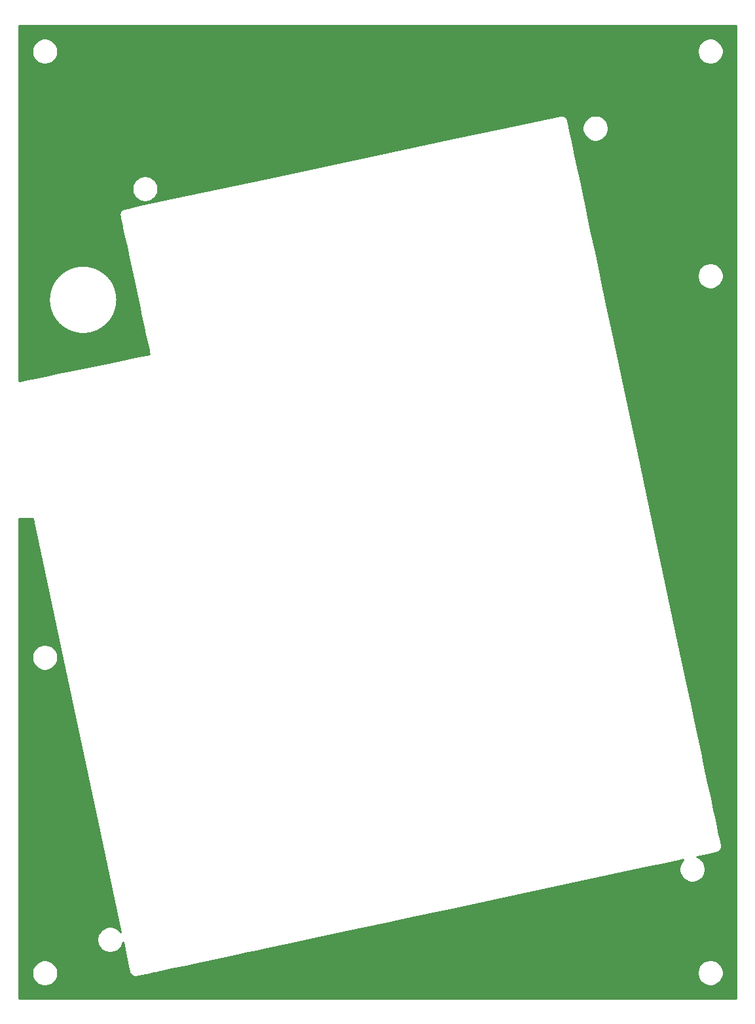
<source format=gbl>
G04 #@! TF.GenerationSoftware,KiCad,Pcbnew,(5.1.5-0-10_14)*
G04 #@! TF.CreationDate,2020-05-14T05:15:00+09:00*
G04 #@! TF.ProjectId,N-top-v02,4e2d746f-702d-4763-9032-2e6b69636164,rev?*
G04 #@! TF.SameCoordinates,Original*
G04 #@! TF.FileFunction,Copper,L2,Bot*
G04 #@! TF.FilePolarity,Positive*
%FSLAX46Y46*%
G04 Gerber Fmt 4.6, Leading zero omitted, Abs format (unit mm)*
G04 Created by KiCad (PCBNEW (5.1.5-0-10_14)) date 2020-05-14 05:15:00*
%MOMM*%
%LPD*%
G04 APERTURE LIST*
%ADD10C,0.254000*%
G04 APERTURE END LIST*
D10*
G36*
X167680856Y-154510711D02*
G01*
X74948043Y-154510711D01*
X74948043Y-151034042D01*
X76605000Y-151034042D01*
X76605000Y-151365958D01*
X76669754Y-151691496D01*
X76796772Y-151998147D01*
X76981175Y-152274125D01*
X77215875Y-152508825D01*
X77491853Y-152693228D01*
X77798504Y-152820246D01*
X78124042Y-152885000D01*
X78455958Y-152885000D01*
X78781496Y-152820246D01*
X79088147Y-152693228D01*
X79364125Y-152508825D01*
X79598825Y-152274125D01*
X79783228Y-151998147D01*
X79910246Y-151691496D01*
X79975000Y-151365958D01*
X79975000Y-151034042D01*
X79910246Y-150708504D01*
X79783228Y-150401853D01*
X79598825Y-150125875D01*
X79364125Y-149891175D01*
X79088147Y-149706772D01*
X78781496Y-149579754D01*
X78455958Y-149515000D01*
X78124042Y-149515000D01*
X77798504Y-149579754D01*
X77491853Y-149706772D01*
X77215875Y-149891175D01*
X76981175Y-150125875D01*
X76796772Y-150401853D01*
X76669754Y-150708504D01*
X76605000Y-151034042D01*
X74948043Y-151034042D01*
X74948043Y-110264042D01*
X76605000Y-110264042D01*
X76605000Y-110595958D01*
X76669754Y-110921496D01*
X76796772Y-111228147D01*
X76981175Y-111504125D01*
X77215875Y-111738825D01*
X77491853Y-111923228D01*
X77798504Y-112050246D01*
X78124042Y-112115000D01*
X78455958Y-112115000D01*
X78781496Y-112050246D01*
X79088147Y-111923228D01*
X79364125Y-111738825D01*
X79598825Y-111504125D01*
X79783228Y-111228147D01*
X79910246Y-110921496D01*
X79975000Y-110595958D01*
X79975000Y-110264042D01*
X79910246Y-109938504D01*
X79783228Y-109631853D01*
X79598825Y-109355875D01*
X79364125Y-109121175D01*
X79088147Y-108936772D01*
X78781496Y-108809754D01*
X78455958Y-108745000D01*
X78124042Y-108745000D01*
X77798504Y-108809754D01*
X77491853Y-108936772D01*
X77215875Y-109121175D01*
X76981175Y-109355875D01*
X76796772Y-109631853D01*
X76669754Y-109938504D01*
X76605000Y-110264042D01*
X74948043Y-110264042D01*
X74948043Y-92476931D01*
X76693046Y-92476931D01*
X76808934Y-93019937D01*
X77916525Y-98209689D01*
X80639959Y-110970691D01*
X85111549Y-131922913D01*
X87852642Y-144766664D01*
X88094273Y-145898859D01*
X88038825Y-145815875D01*
X87804125Y-145581175D01*
X87528147Y-145396772D01*
X87221496Y-145269754D01*
X86895958Y-145205000D01*
X86564042Y-145205000D01*
X86238504Y-145269754D01*
X85931853Y-145396772D01*
X85655875Y-145581175D01*
X85421175Y-145815875D01*
X85236772Y-146091853D01*
X85109754Y-146398504D01*
X85045000Y-146724042D01*
X85045000Y-147055958D01*
X85109754Y-147381496D01*
X85236772Y-147688147D01*
X85421175Y-147964125D01*
X85655875Y-148198825D01*
X85931853Y-148383228D01*
X86238504Y-148510246D01*
X86564042Y-148575000D01*
X86895958Y-148575000D01*
X87221496Y-148510246D01*
X87528147Y-148383228D01*
X87804125Y-148198825D01*
X88038825Y-147964125D01*
X88223228Y-147688147D01*
X88350246Y-147381496D01*
X88379407Y-147234893D01*
X88744189Y-148944127D01*
X89106438Y-150641488D01*
X89106455Y-150641571D01*
X89192120Y-151042960D01*
X89203020Y-151077223D01*
X89210918Y-151112303D01*
X89213871Y-151121032D01*
X89226800Y-151158395D01*
X89230889Y-151167290D01*
X89233452Y-151176736D01*
X89257755Y-151225735D01*
X89280600Y-151275432D01*
X89286337Y-151283361D01*
X89290687Y-151292131D01*
X89295622Y-151299913D01*
X89315402Y-151330627D01*
X89319588Y-151335912D01*
X89322790Y-151341847D01*
X89359550Y-151386365D01*
X89395379Y-151431600D01*
X89400511Y-151435971D01*
X89404806Y-151441172D01*
X89411384Y-151447625D01*
X89437379Y-151472774D01*
X89474259Y-151502060D01*
X89481431Y-151508398D01*
X89494628Y-151521263D01*
X89499785Y-151524621D01*
X89509547Y-151533249D01*
X89517052Y-151538596D01*
X89527776Y-151546125D01*
X89534627Y-151549996D01*
X89538253Y-151552876D01*
X89554850Y-151561425D01*
X89565882Y-151567659D01*
X89602572Y-151591549D01*
X89610778Y-151595743D01*
X89644420Y-151612640D01*
X89658832Y-151618192D01*
X89672262Y-151625820D01*
X89718829Y-151641306D01*
X89764619Y-151658947D01*
X89779833Y-151661594D01*
X89794490Y-151666468D01*
X89803491Y-151668446D01*
X89845075Y-151677281D01*
X89865883Y-151679613D01*
X89886195Y-151684665D01*
X89929750Y-151686771D01*
X89973083Y-151691627D01*
X89993939Y-151689874D01*
X90014855Y-151690885D01*
X90024056Y-151690365D01*
X90069308Y-151687492D01*
X90112719Y-151680435D01*
X90156497Y-151676088D01*
X90165522Y-151674223D01*
X90224021Y-151661712D01*
X90224023Y-151661711D01*
X90320253Y-151641140D01*
X90320258Y-151641139D01*
X90452756Y-151612813D01*
X90452760Y-151612812D01*
X90607701Y-151579688D01*
X90607741Y-151579680D01*
X90784867Y-151541816D01*
X90784871Y-151541815D01*
X90983705Y-151499311D01*
X90983749Y-151499302D01*
X91319462Y-151427542D01*
X91319491Y-151427536D01*
X91843478Y-151315531D01*
X92291888Y-151219681D01*
X92291892Y-151219680D01*
X92613664Y-151150900D01*
X92613684Y-151150896D01*
X93129952Y-151040546D01*
X93300733Y-151004042D01*
X162655000Y-151004042D01*
X162655000Y-151335958D01*
X162719754Y-151661496D01*
X162846772Y-151968147D01*
X163031175Y-152244125D01*
X163265875Y-152478825D01*
X163541853Y-152663228D01*
X163848504Y-152790246D01*
X164174042Y-152855000D01*
X164505958Y-152855000D01*
X164831496Y-152790246D01*
X165138147Y-152663228D01*
X165414125Y-152478825D01*
X165648825Y-152244125D01*
X165833228Y-151968147D01*
X165960246Y-151661496D01*
X166025000Y-151335958D01*
X166025000Y-151004042D01*
X165960246Y-150678504D01*
X165833228Y-150371853D01*
X165648825Y-150095875D01*
X165414125Y-149861175D01*
X165138147Y-149676772D01*
X164831496Y-149549754D01*
X164505958Y-149485000D01*
X164174042Y-149485000D01*
X163848504Y-149549754D01*
X163541853Y-149676772D01*
X163265875Y-149861175D01*
X163031175Y-150095875D01*
X162846772Y-150371853D01*
X162719754Y-150678504D01*
X162655000Y-151004042D01*
X93300733Y-151004042D01*
X93886592Y-150878817D01*
X93886594Y-150878816D01*
X94714929Y-150701765D01*
X95612038Y-150510013D01*
X95612040Y-150510012D01*
X96574884Y-150304212D01*
X96574991Y-150304190D01*
X97600864Y-150084919D01*
X97600866Y-150084918D01*
X99244293Y-149733653D01*
X101638431Y-149221933D01*
X103571577Y-148808746D01*
X103571579Y-148808745D01*
X104575276Y-148594217D01*
X104575280Y-148594216D01*
X105257030Y-148448501D01*
X105257032Y-148448500D01*
X107000281Y-148075905D01*
X109921171Y-147451605D01*
X112970819Y-146799786D01*
X112970821Y-146799785D01*
X117726723Y-145783282D01*
X122658197Y-144729254D01*
X125988760Y-144017400D01*
X125988768Y-144017398D01*
X131002151Y-142945867D01*
X137592881Y-141537205D01*
X137592989Y-141537183D01*
X146964014Y-139534281D01*
X146964122Y-139534259D01*
X153680763Y-138098689D01*
X156074646Y-137587035D01*
X156074754Y-137587013D01*
X158246321Y-137122877D01*
X158246331Y-137122874D01*
X160172051Y-136711282D01*
X160838132Y-136568918D01*
X160691175Y-136715875D01*
X160506772Y-136991853D01*
X160379754Y-137298504D01*
X160315000Y-137624042D01*
X160315000Y-137955958D01*
X160379754Y-138281496D01*
X160506772Y-138588147D01*
X160691175Y-138864125D01*
X160925875Y-139098825D01*
X161201853Y-139283228D01*
X161508504Y-139410246D01*
X161834042Y-139475000D01*
X162165958Y-139475000D01*
X162491496Y-139410246D01*
X162798147Y-139283228D01*
X163074125Y-139098825D01*
X163308825Y-138864125D01*
X163493228Y-138588147D01*
X163620246Y-138281496D01*
X163685000Y-137955958D01*
X163685000Y-137624042D01*
X163620246Y-137298504D01*
X163493228Y-136991853D01*
X163308825Y-136715875D01*
X163074125Y-136481175D01*
X162798147Y-136296772D01*
X162564409Y-136199955D01*
X162586531Y-136195227D01*
X162586536Y-136195225D01*
X164240095Y-135841801D01*
X164948326Y-135690427D01*
X164948355Y-135690421D01*
X165152254Y-135646840D01*
X165187894Y-135635490D01*
X165224358Y-135627100D01*
X165233073Y-135624105D01*
X165271317Y-135610669D01*
X165280844Y-135606235D01*
X165290967Y-135603413D01*
X165339169Y-135579090D01*
X165388098Y-135556317D01*
X165396579Y-135550119D01*
X165405965Y-135545383D01*
X165413713Y-135540394D01*
X165444203Y-135520459D01*
X165448896Y-135516689D01*
X165454176Y-135513808D01*
X165499074Y-135476378D01*
X165544622Y-135439787D01*
X165548488Y-135435184D01*
X165553114Y-135431327D01*
X165559536Y-135424718D01*
X165584525Y-135398644D01*
X165588256Y-135393900D01*
X165592766Y-135389887D01*
X165628051Y-135343297D01*
X165664151Y-135297394D01*
X165666888Y-135292018D01*
X165670535Y-135287203D01*
X165675300Y-135279315D01*
X165694053Y-135247780D01*
X165700014Y-135235076D01*
X165707841Y-135223433D01*
X165727328Y-135176871D01*
X165748773Y-135131171D01*
X165752152Y-135117555D01*
X165757570Y-135104610D01*
X165760220Y-135095784D01*
X165772425Y-135054072D01*
X165777676Y-135026305D01*
X165785939Y-134999295D01*
X165789614Y-134963180D01*
X165796361Y-134927505D01*
X165796119Y-134899260D01*
X165798980Y-134871147D01*
X165798949Y-134861932D01*
X165798438Y-134812298D01*
X165792572Y-134758215D01*
X165788357Y-134703978D01*
X165786686Y-134694916D01*
X165785282Y-134687587D01*
X165784706Y-134685635D01*
X165784507Y-134683606D01*
X165782654Y-134674579D01*
X165759890Y-134567453D01*
X165759890Y-134567452D01*
X165693705Y-134255967D01*
X165693705Y-134255966D01*
X165603438Y-133831127D01*
X165489879Y-133296651D01*
X165489877Y-133296645D01*
X165280288Y-132310182D01*
X165280260Y-132310045D01*
X165017343Y-131072580D01*
X165017342Y-131072578D01*
X164818510Y-130136732D01*
X164818509Y-130136730D01*
X164486506Y-128574083D01*
X163977510Y-126178370D01*
X163977509Y-126178368D01*
X163549967Y-124166032D01*
X163246910Y-122739616D01*
X163246909Y-122739614D01*
X162766862Y-120480137D01*
X162253255Y-118062707D01*
X161896506Y-116383570D01*
X161341446Y-113771025D01*
X161341445Y-113771023D01*
X160165791Y-108237466D01*
X157618658Y-96248634D01*
X157618658Y-96248633D01*
X154945171Y-83665084D01*
X153188101Y-75394921D01*
X151920822Y-69430110D01*
X151108600Y-65607164D01*
X150331117Y-61947725D01*
X150331116Y-61947721D01*
X150130623Y-61004042D01*
X162655000Y-61004042D01*
X162655000Y-61335958D01*
X162719754Y-61661496D01*
X162846772Y-61968147D01*
X163031175Y-62244125D01*
X163265875Y-62478825D01*
X163541853Y-62663228D01*
X163848504Y-62790246D01*
X164174042Y-62855000D01*
X164505958Y-62855000D01*
X164831496Y-62790246D01*
X165138147Y-62663228D01*
X165414125Y-62478825D01*
X165648825Y-62244125D01*
X165833228Y-61968147D01*
X165960246Y-61661496D01*
X166025000Y-61335958D01*
X166025000Y-61004042D01*
X165960246Y-60678504D01*
X165833228Y-60371853D01*
X165648825Y-60095875D01*
X165414125Y-59861175D01*
X165138147Y-59676772D01*
X164831496Y-59549754D01*
X164505958Y-59485000D01*
X164174042Y-59485000D01*
X163848504Y-59549754D01*
X163541853Y-59676772D01*
X163265875Y-59861175D01*
X163031175Y-60095875D01*
X162846772Y-60371853D01*
X162719754Y-60678504D01*
X162655000Y-61004042D01*
X150130623Y-61004042D01*
X149594688Y-58481523D01*
X149594688Y-58481522D01*
X148905628Y-55238287D01*
X148270255Y-52247748D01*
X147834780Y-50198083D01*
X147834780Y-50198082D01*
X147563280Y-48920208D01*
X147563280Y-48920207D01*
X147185835Y-47143683D01*
X146853787Y-45580838D01*
X146853785Y-45580830D01*
X146654921Y-44644849D01*
X146654920Y-44644847D01*
X146476190Y-43803627D01*
X146476190Y-43803626D01*
X146318381Y-43060883D01*
X146318381Y-43060882D01*
X146182284Y-42420334D01*
X146182283Y-42420331D01*
X146078959Y-41934042D01*
X147795000Y-41934042D01*
X147795000Y-42265958D01*
X147859754Y-42591496D01*
X147986772Y-42898147D01*
X148171175Y-43174125D01*
X148405875Y-43408825D01*
X148681853Y-43593228D01*
X148988504Y-43720246D01*
X149314042Y-43785000D01*
X149645958Y-43785000D01*
X149971496Y-43720246D01*
X150278147Y-43593228D01*
X150554125Y-43408825D01*
X150788825Y-43174125D01*
X150973228Y-42898147D01*
X151100246Y-42591496D01*
X151165000Y-42265958D01*
X151165000Y-41934042D01*
X151100246Y-41608504D01*
X150973228Y-41301853D01*
X150788825Y-41025875D01*
X150554125Y-40791175D01*
X150278147Y-40606772D01*
X149971496Y-40479754D01*
X149645958Y-40415000D01*
X149314042Y-40415000D01*
X148988504Y-40479754D01*
X148681853Y-40606772D01*
X148405875Y-40791175D01*
X148171175Y-41025875D01*
X147986772Y-41301853D01*
X147859754Y-41608504D01*
X147795000Y-41934042D01*
X146078959Y-41934042D01*
X146068686Y-41885694D01*
X145978382Y-41460684D01*
X145978381Y-41460678D01*
X145927183Y-41219730D01*
X145900240Y-41092931D01*
X145900238Y-41092926D01*
X145889375Y-41041801D01*
X145879083Y-41009349D01*
X145871828Y-40976085D01*
X145868934Y-40967336D01*
X145856118Y-40929481D01*
X145851559Y-40919387D01*
X145848690Y-40908693D01*
X145825090Y-40860773D01*
X145803103Y-40812087D01*
X145796673Y-40803073D01*
X145791779Y-40793137D01*
X145786865Y-40785341D01*
X145767044Y-40754372D01*
X145762855Y-40749053D01*
X145759657Y-40743086D01*
X145723043Y-40698497D01*
X145687351Y-40653174D01*
X145682208Y-40648769D01*
X145677913Y-40643538D01*
X145671353Y-40637067D01*
X145645993Y-40612398D01*
X145609864Y-40583548D01*
X145587747Y-40563789D01*
X145581578Y-40557914D01*
X145580170Y-40557020D01*
X145575371Y-40552733D01*
X145567894Y-40547346D01*
X145557310Y-40539831D01*
X145549575Y-40535406D01*
X145545338Y-40532022D01*
X145527442Y-40522742D01*
X145514481Y-40515327D01*
X145472825Y-40488887D01*
X145464571Y-40484789D01*
X145430893Y-40468360D01*
X145420509Y-40464498D01*
X145410892Y-40459015D01*
X145360222Y-40442073D01*
X145310164Y-40423454D01*
X145299240Y-40421684D01*
X145288730Y-40418170D01*
X145279733Y-40416178D01*
X145238546Y-40407358D01*
X145216872Y-40404893D01*
X145195704Y-40399652D01*
X145153025Y-40397634D01*
X145110560Y-40392805D01*
X145088822Y-40394597D01*
X145067038Y-40393567D01*
X145057838Y-40394096D01*
X145011631Y-40397078D01*
X144968768Y-40404092D01*
X144925544Y-40408356D01*
X144916519Y-40410215D01*
X144528662Y-40492905D01*
X144528632Y-40492911D01*
X142906493Y-40838750D01*
X138929238Y-41686697D01*
X131155742Y-43343995D01*
X121735268Y-45352426D01*
X121735239Y-45352432D01*
X106780932Y-48540666D01*
X94571472Y-51143702D01*
X90594042Y-51991684D01*
X88971794Y-52337546D01*
X88971765Y-52337552D01*
X88583803Y-52420266D01*
X88549164Y-52431278D01*
X88513710Y-52439296D01*
X88504984Y-52442257D01*
X88467572Y-52455244D01*
X88459015Y-52459188D01*
X88449928Y-52461652D01*
X88400601Y-52486109D01*
X88350588Y-52509159D01*
X88342964Y-52514687D01*
X88334525Y-52518871D01*
X88326742Y-52523806D01*
X88296105Y-52543530D01*
X88291288Y-52547344D01*
X88285877Y-52550250D01*
X88240825Y-52587303D01*
X88195121Y-52623493D01*
X88191141Y-52628165D01*
X88186392Y-52632071D01*
X88179926Y-52638636D01*
X88154694Y-52664615D01*
X88125498Y-52701236D01*
X88109584Y-52719143D01*
X88101290Y-52727815D01*
X88099799Y-52730154D01*
X88094373Y-52736259D01*
X88089005Y-52743750D01*
X88081364Y-52754571D01*
X88077353Y-52761624D01*
X88074396Y-52765333D01*
X88065815Y-52781912D01*
X88057735Y-52796121D01*
X88032036Y-52836423D01*
X88027921Y-52844669D01*
X88011139Y-52878890D01*
X88005829Y-52893074D01*
X87998462Y-52906310D01*
X87983286Y-52953294D01*
X87965980Y-52999524D01*
X87963527Y-53014468D01*
X87958870Y-53028885D01*
X87956970Y-53037902D01*
X87948354Y-53080249D01*
X87946166Y-53101424D01*
X87941230Y-53122121D01*
X87939560Y-53165340D01*
X87935112Y-53208377D01*
X87937078Y-53229568D01*
X87936256Y-53250834D01*
X87936865Y-53260030D01*
X87940080Y-53303943D01*
X87947043Y-53344306D01*
X87951113Y-53385082D01*
X87952982Y-53394105D01*
X87966893Y-53458991D01*
X87966896Y-53459004D01*
X87983015Y-53534182D01*
X87983016Y-53534186D01*
X88021666Y-53714440D01*
X88021678Y-53714499D01*
X88087006Y-54019169D01*
X88087018Y-54019228D01*
X88166398Y-54389425D01*
X88166410Y-54389485D01*
X88234931Y-54709039D01*
X88284177Y-54938705D01*
X88284189Y-54938764D01*
X88363172Y-55307109D01*
X88363184Y-55307168D01*
X88538741Y-56125885D01*
X88806821Y-57376088D01*
X88806824Y-57376098D01*
X89104053Y-58762231D01*
X89422097Y-60245431D01*
X89422110Y-60245492D01*
X89752663Y-61787021D01*
X89752669Y-61787051D01*
X90087405Y-63348084D01*
X90417988Y-64889742D01*
X90417994Y-64889771D01*
X90736105Y-66373261D01*
X90736111Y-66373290D01*
X91033432Y-67759817D01*
X91236661Y-68707559D01*
X91361919Y-69291687D01*
X91361920Y-69291689D01*
X91532386Y-70086627D01*
X91674232Y-70748099D01*
X91674244Y-70748158D01*
X91753732Y-71118832D01*
X91753733Y-71118835D01*
X91782366Y-71252357D01*
X91500580Y-71310420D01*
X91500574Y-71310422D01*
X90887009Y-71436851D01*
X90886980Y-71436857D01*
X90414737Y-71534167D01*
X89620883Y-71697749D01*
X87765694Y-72080032D01*
X87765666Y-72080038D01*
X84889173Y-72672777D01*
X84889165Y-72672779D01*
X81856633Y-73297675D01*
X81856524Y-73297697D01*
X79669476Y-73748367D01*
X79669468Y-73748369D01*
X78314316Y-74027616D01*
X78314306Y-74027619D01*
X77087085Y-74280503D01*
X76024888Y-74499382D01*
X76024884Y-74499383D01*
X75366052Y-74635142D01*
X75366050Y-74635143D01*
X74993541Y-74711901D01*
X74993513Y-74711907D01*
X74948043Y-74721277D01*
X74948043Y-64221065D01*
X78790001Y-64221065D01*
X78790023Y-64234699D01*
X78790038Y-64234852D01*
X78790057Y-64240425D01*
X78790583Y-64291507D01*
X78790582Y-64291514D01*
X78790584Y-64291616D01*
X78790586Y-64291838D01*
X78790588Y-64291854D01*
X78790737Y-64300728D01*
X78791954Y-64351929D01*
X78792237Y-64361140D01*
X78794274Y-64415216D01*
X78794277Y-64415237D01*
X78794667Y-64424084D01*
X78797087Y-64471389D01*
X78797087Y-64471397D01*
X78797092Y-64471482D01*
X78797118Y-64471988D01*
X78797123Y-64472019D01*
X78797614Y-64480597D01*
X78800873Y-64531318D01*
X78800880Y-64531359D01*
X78801482Y-64539916D01*
X78805163Y-64587487D01*
X78805173Y-64587545D01*
X78805861Y-64595822D01*
X78810125Y-64643125D01*
X78810125Y-64643128D01*
X78811015Y-64652300D01*
X78816851Y-64708369D01*
X78816855Y-64708390D01*
X78817831Y-64717203D01*
X78823108Y-64762030D01*
X78823124Y-64762103D01*
X78824104Y-64770064D01*
X78830108Y-64816187D01*
X78830122Y-64816247D01*
X78831225Y-64824370D01*
X78837896Y-64871046D01*
X78837913Y-64871116D01*
X78839087Y-64879031D01*
X78845862Y-64922620D01*
X78845880Y-64922691D01*
X78847151Y-64930593D01*
X78855052Y-64977628D01*
X78855068Y-64977689D01*
X78856493Y-64985885D01*
X78864843Y-65032001D01*
X78864866Y-65032082D01*
X78866309Y-65039827D01*
X78874504Y-65082166D01*
X78874532Y-65082261D01*
X78876009Y-65089706D01*
X78884829Y-65132590D01*
X78884856Y-65132679D01*
X78886443Y-65140208D01*
X78895907Y-65183621D01*
X78895934Y-65183705D01*
X78897608Y-65191210D01*
X78907240Y-65233020D01*
X78907253Y-65233058D01*
X78909247Y-65241473D01*
X78922227Y-65294606D01*
X78922228Y-65294617D01*
X78922247Y-65294691D01*
X78922339Y-65295067D01*
X78922346Y-65295087D01*
X78924472Y-65303555D01*
X78935349Y-65345652D01*
X78935380Y-65345735D01*
X78937320Y-65353103D01*
X78948671Y-65395008D01*
X78948706Y-65395099D01*
X78950704Y-65402345D01*
X78962324Y-65443362D01*
X78962363Y-65443461D01*
X78964395Y-65450516D01*
X78976051Y-65489960D01*
X78976085Y-65490045D01*
X78978312Y-65497445D01*
X78992118Y-65542204D01*
X78992148Y-65542277D01*
X78994492Y-65549742D01*
X79007492Y-65590163D01*
X79007536Y-65590265D01*
X79009789Y-65597170D01*
X79022540Y-65635348D01*
X79022589Y-65635457D01*
X79024828Y-65642077D01*
X79037975Y-65680074D01*
X79038023Y-65680178D01*
X79040366Y-65686864D01*
X79054153Y-65725349D01*
X79054200Y-65725449D01*
X79056679Y-65732276D01*
X79071378Y-65771905D01*
X79071420Y-65771991D01*
X79074049Y-65778982D01*
X79089442Y-65819067D01*
X79089485Y-65819153D01*
X79092208Y-65826148D01*
X79108045Y-65866011D01*
X79108095Y-65866109D01*
X79110794Y-65872820D01*
X79125974Y-65909825D01*
X79126030Y-65909931D01*
X79128698Y-65916364D01*
X79144260Y-65953170D01*
X79144319Y-65953279D01*
X79147072Y-65959721D01*
X79163300Y-65996974D01*
X79163355Y-65997073D01*
X79166253Y-66003651D01*
X79183462Y-66041992D01*
X79183518Y-66042091D01*
X79186470Y-66048597D01*
X79203189Y-66084776D01*
X79203252Y-66084883D01*
X79206155Y-66091106D01*
X79222938Y-66126436D01*
X79223004Y-66126546D01*
X79225856Y-66132499D01*
X79242364Y-66166353D01*
X79242431Y-66166462D01*
X79245334Y-66172368D01*
X79262173Y-66206030D01*
X79262242Y-66206139D01*
X79265223Y-66212050D01*
X79283042Y-66246779D01*
X79283112Y-66246887D01*
X79286244Y-66252939D01*
X79304746Y-66288084D01*
X79304804Y-66288172D01*
X79308166Y-66294495D01*
X79328389Y-66331904D01*
X79328460Y-66332009D01*
X79331749Y-66338041D01*
X79349608Y-66370256D01*
X79349685Y-66370368D01*
X79352804Y-66375955D01*
X79371320Y-66408589D01*
X79371398Y-66408700D01*
X79374677Y-66414436D01*
X79394227Y-66448086D01*
X79394298Y-66448185D01*
X79397735Y-66454052D01*
X79417988Y-66488085D01*
X79418056Y-66488177D01*
X79421598Y-66494079D01*
X79442567Y-66528481D01*
X79442637Y-66528573D01*
X79446228Y-66534418D01*
X79466802Y-66567382D01*
X79466880Y-66567483D01*
X79470372Y-66573039D01*
X79490510Y-66604589D01*
X79490594Y-66604696D01*
X79494121Y-66610184D01*
X79514954Y-66642107D01*
X79515040Y-66642214D01*
X79518600Y-66647633D01*
X79539353Y-66678748D01*
X79539428Y-66678839D01*
X79543267Y-66684550D01*
X79567122Y-66719508D01*
X79567204Y-66719606D01*
X79571047Y-66725194D01*
X79592028Y-66755260D01*
X79592123Y-66755371D01*
X79595742Y-66760526D01*
X79617011Y-66790378D01*
X79617103Y-66790483D01*
X79620770Y-66795600D01*
X79642323Y-66825235D01*
X79642405Y-66825327D01*
X79646414Y-66830798D01*
X79671630Y-66864719D01*
X79671716Y-66864814D01*
X79675824Y-66870298D01*
X79698409Y-66900017D01*
X79698501Y-66900116D01*
X79702446Y-66905274D01*
X79726186Y-66935870D01*
X79726276Y-66935966D01*
X79730269Y-66941079D01*
X79752997Y-66969772D01*
X79753099Y-66969878D01*
X79757000Y-66974774D01*
X79780003Y-67003242D01*
X79780080Y-67003320D01*
X79784512Y-67008762D01*
X79813192Y-67043482D01*
X79813275Y-67043565D01*
X79817753Y-67048944D01*
X79841354Y-67076896D01*
X79841459Y-67076998D01*
X79845520Y-67081781D01*
X79869390Y-67109500D01*
X79869491Y-67109597D01*
X79873590Y-67114330D01*
X79897725Y-67141812D01*
X79897826Y-67141906D01*
X79901953Y-67146581D01*
X79926348Y-67173825D01*
X79926447Y-67173916D01*
X79930813Y-67178761D01*
X79957377Y-67207832D01*
X79957472Y-67207918D01*
X79962078Y-67212922D01*
X79989422Y-67242224D01*
X79989478Y-67242273D01*
X79994998Y-67248125D01*
X80031449Y-67286234D01*
X80031501Y-67286279D01*
X80037047Y-67292016D01*
X80064607Y-67320135D01*
X80064712Y-67320223D01*
X80069259Y-67324834D01*
X80095112Y-67350687D01*
X80095216Y-67350772D01*
X80099722Y-67355253D01*
X80126326Y-67381340D01*
X80126439Y-67381431D01*
X80130878Y-67385761D01*
X80156723Y-67410621D01*
X80156826Y-67410702D01*
X80161713Y-67415370D01*
X80192932Y-67444779D01*
X80193032Y-67444856D01*
X80197968Y-67449474D01*
X80224328Y-67473791D01*
X80224441Y-67473876D01*
X80229196Y-67478236D01*
X80258406Y-67504647D01*
X80258514Y-67504727D01*
X80263334Y-67509059D01*
X80290706Y-67533313D01*
X80290815Y-67533392D01*
X80295551Y-67537565D01*
X80323692Y-67562015D01*
X80323801Y-67562092D01*
X80328784Y-67566394D01*
X80358785Y-67591929D01*
X80358883Y-67591997D01*
X80364212Y-67596498D01*
X80396115Y-67623065D01*
X80396220Y-67623136D01*
X80401380Y-67627404D01*
X80429740Y-67650529D01*
X80429857Y-67650607D01*
X80434717Y-67654548D01*
X80463306Y-67677402D01*
X80463429Y-67677482D01*
X80468316Y-67681367D01*
X80497131Y-67703948D01*
X80497238Y-67704016D01*
X80502586Y-67708176D01*
X80536114Y-67733890D01*
X80536195Y-67733940D01*
X80542235Y-67738527D01*
X80578324Y-67765544D01*
X80578413Y-67765598D01*
X80584309Y-67769971D01*
X80616731Y-67793676D01*
X80616840Y-67793740D01*
X80622142Y-67797591D01*
X80651375Y-67818513D01*
X80651495Y-67818582D01*
X80656565Y-67822191D01*
X80686583Y-67843241D01*
X80686712Y-67843314D01*
X80691819Y-67846875D01*
X80721468Y-67867242D01*
X80721593Y-67867311D01*
X80726785Y-67870856D01*
X80757811Y-67891727D01*
X80757932Y-67891792D01*
X80763304Y-67895382D01*
X80794548Y-67915949D01*
X80794662Y-67916009D01*
X80800113Y-67919573D01*
X80832765Y-67940599D01*
X80832886Y-67940661D01*
X80838389Y-67944180D01*
X80869471Y-67963754D01*
X80869589Y-67963813D01*
X80875112Y-67967267D01*
X80908209Y-67987647D01*
X80908333Y-67987708D01*
X80913928Y-67991128D01*
X80946035Y-68010452D01*
X80946153Y-68010508D01*
X80951725Y-68013838D01*
X80984038Y-68032847D01*
X80984160Y-68032904D01*
X80989836Y-68036218D01*
X81023587Y-68055614D01*
X81023697Y-68055663D01*
X81029563Y-68059007D01*
X81063531Y-68078061D01*
X81063655Y-68078116D01*
X81069414Y-68081321D01*
X81102353Y-68099358D01*
X81102469Y-68099407D01*
X81108362Y-68102608D01*
X81143382Y-68121316D01*
X81143475Y-68121355D01*
X81150009Y-68124808D01*
X81190299Y-68145747D01*
X81190378Y-68145779D01*
X81197236Y-68149301D01*
X81235266Y-68168498D01*
X81235379Y-68168542D01*
X81241584Y-68171645D01*
X81275378Y-68188253D01*
X81275503Y-68188300D01*
X81281489Y-68191217D01*
X81316761Y-68208103D01*
X81316876Y-68208145D01*
X81323035Y-68211066D01*
X81359156Y-68227895D01*
X81359269Y-68227935D01*
X81365617Y-68230863D01*
X81401945Y-68247313D01*
X81402052Y-68247349D01*
X81408588Y-68250277D01*
X81447736Y-68267487D01*
X81447842Y-68267522D01*
X81454502Y-68270416D01*
X81491908Y-68286364D01*
X81492009Y-68286396D01*
X81498710Y-68289220D01*
X81537645Y-68305308D01*
X81537758Y-68305342D01*
X81544349Y-68308035D01*
X81581505Y-68322913D01*
X81581619Y-68322946D01*
X81588181Y-68325544D01*
X81626201Y-68340290D01*
X81626311Y-68340321D01*
X81632845Y-68342826D01*
X81669720Y-68356673D01*
X81669802Y-68356695D01*
X81677042Y-68359373D01*
X81722880Y-68375970D01*
X81722955Y-68375989D01*
X81730331Y-68378618D01*
X81768289Y-68391850D01*
X81768410Y-68391879D01*
X81775026Y-68394157D01*
X81813165Y-68406992D01*
X81813276Y-68407018D01*
X81819915Y-68409223D01*
X81858238Y-68421662D01*
X81858327Y-68421682D01*
X81865535Y-68423984D01*
X81908860Y-68437493D01*
X81908956Y-68437513D01*
X81916140Y-68439717D01*
X81954837Y-68451295D01*
X81954949Y-68451317D01*
X81961743Y-68453320D01*
X82001311Y-68464690D01*
X82001406Y-68464708D01*
X82008542Y-68466724D01*
X82050382Y-68478233D01*
X82050485Y-68478251D01*
X82057636Y-68480184D01*
X82097565Y-68490680D01*
X82097660Y-68490695D01*
X82105069Y-68492605D01*
X82149398Y-68503703D01*
X82149474Y-68503714D01*
X82157072Y-68505576D01*
X82199483Y-68515656D01*
X82199579Y-68515669D01*
X82207024Y-68517401D01*
X82249617Y-68526999D01*
X82249706Y-68527010D01*
X82257242Y-68528669D01*
X82300732Y-68537929D01*
X82300820Y-68537939D01*
X82308313Y-68539497D01*
X82350552Y-68547974D01*
X82350641Y-68547983D01*
X82358193Y-68549461D01*
X82402040Y-68557724D01*
X82402118Y-68557731D01*
X82410003Y-68559174D01*
X82456197Y-68567294D01*
X82456267Y-68567299D01*
X82464292Y-68568665D01*
X82509952Y-68576107D01*
X82510012Y-68576111D01*
X82518143Y-68577389D01*
X82564714Y-68584380D01*
X82564761Y-68584382D01*
X82573171Y-68585594D01*
X82622856Y-68592396D01*
X82622898Y-68592398D01*
X82631373Y-68593505D01*
X82678321Y-68599311D01*
X82678375Y-68599312D01*
X82686658Y-68600288D01*
X82733642Y-68605493D01*
X82733649Y-68605494D01*
X82733770Y-68605507D01*
X82734522Y-68605590D01*
X82734569Y-68605591D01*
X82742813Y-68606456D01*
X82789372Y-68611019D01*
X82789435Y-68611019D01*
X82797637Y-68611777D01*
X82845102Y-68615827D01*
X82845168Y-68615826D01*
X82853411Y-68616483D01*
X82901044Y-68619942D01*
X82901104Y-68619940D01*
X82909380Y-68620494D01*
X82957173Y-68623357D01*
X82957213Y-68623355D01*
X82965793Y-68623817D01*
X83016747Y-68626201D01*
X83016776Y-68626200D01*
X83025622Y-68626556D01*
X83076414Y-68628248D01*
X83076416Y-68628248D01*
X83076445Y-68628249D01*
X83076752Y-68628259D01*
X83076774Y-68628258D01*
X83085628Y-68628495D01*
X83136927Y-68629513D01*
X83136958Y-68629511D01*
X83145688Y-68629629D01*
X83195637Y-68629957D01*
X83195733Y-68629948D01*
X83203284Y-68629963D01*
X83241134Y-68629773D01*
X83241235Y-68629763D01*
X83248754Y-68629690D01*
X83298723Y-68628862D01*
X83298733Y-68628863D01*
X83298895Y-68628859D01*
X83299337Y-68628852D01*
X83299366Y-68628849D01*
X83307946Y-68628654D01*
X83356862Y-68627205D01*
X83356916Y-68627198D01*
X83365283Y-68626901D01*
X83412476Y-68624900D01*
X83412482Y-68624900D01*
X83412579Y-68624895D01*
X83413294Y-68624865D01*
X83413339Y-68624859D01*
X83421686Y-68624456D01*
X83469418Y-68621823D01*
X83469424Y-68621823D01*
X83469503Y-68621818D01*
X83469541Y-68621816D01*
X83469544Y-68621816D01*
X83478621Y-68621252D01*
X83535170Y-68617350D01*
X83535177Y-68617350D01*
X83544365Y-68616652D01*
X83591861Y-68612712D01*
X83591871Y-68612710D01*
X83600951Y-68611894D01*
X83657126Y-68606451D01*
X83657138Y-68606451D01*
X83666304Y-68605497D01*
X83713506Y-68600257D01*
X83713508Y-68600257D01*
X83713537Y-68600254D01*
X83714164Y-68600184D01*
X83714205Y-68600175D01*
X83722661Y-68599185D01*
X83771124Y-68593168D01*
X83771128Y-68593168D01*
X83771201Y-68593158D01*
X83771801Y-68593084D01*
X83771839Y-68593075D01*
X83780266Y-68591978D01*
X83827023Y-68585558D01*
X83827099Y-68585540D01*
X83834959Y-68584419D01*
X83878625Y-68577882D01*
X83878692Y-68577865D01*
X83886626Y-68576634D01*
X83933022Y-68569105D01*
X83933097Y-68569085D01*
X83940922Y-68567773D01*
X83984245Y-68560202D01*
X83984325Y-68560180D01*
X83991909Y-68558816D01*
X84035060Y-68550749D01*
X84035141Y-68550725D01*
X84042719Y-68549271D01*
X84086412Y-68540567D01*
X84086503Y-68540540D01*
X84094040Y-68539000D01*
X84136124Y-68530099D01*
X84136201Y-68530075D01*
X84143835Y-68528420D01*
X84188579Y-68518396D01*
X84188665Y-68518368D01*
X84196158Y-68516651D01*
X84237171Y-68506954D01*
X84237267Y-68506921D01*
X84244404Y-68505201D01*
X84285245Y-68495057D01*
X84285341Y-68495023D01*
X84292536Y-68493202D01*
X84333197Y-68482609D01*
X84333294Y-68482573D01*
X84340355Y-68480701D01*
X84380838Y-68469668D01*
X84380935Y-68469631D01*
X84387931Y-68467693D01*
X84427540Y-68456422D01*
X84427650Y-68456379D01*
X84434519Y-68454394D01*
X84473258Y-68442908D01*
X84473354Y-68442869D01*
X84480348Y-68440763D01*
X84521660Y-68428008D01*
X84521760Y-68427966D01*
X84528760Y-68425772D01*
X84567132Y-68413449D01*
X84567230Y-68413407D01*
X84574134Y-68411157D01*
X84615047Y-68397512D01*
X84615127Y-68397476D01*
X84622282Y-68395053D01*
X84662987Y-68380952D01*
X84663083Y-68380908D01*
X84670012Y-68378473D01*
X84708482Y-68364659D01*
X84708571Y-68364617D01*
X84715750Y-68362000D01*
X84758714Y-68346000D01*
X84758802Y-68345957D01*
X84765721Y-68343345D01*
X84802445Y-68329192D01*
X84802535Y-68329147D01*
X84809436Y-68326452D01*
X84851268Y-68309782D01*
X84851361Y-68309734D01*
X84858110Y-68307011D01*
X84893772Y-68292335D01*
X84893886Y-68292275D01*
X84900138Y-68289676D01*
X84936270Y-68274363D01*
X84936376Y-68274305D01*
X84942747Y-68271577D01*
X84979333Y-68255608D01*
X84979437Y-68255550D01*
X84985750Y-68252767D01*
X85022136Y-68236423D01*
X85022243Y-68236362D01*
X85028569Y-68233492D01*
X85064748Y-68216773D01*
X85064845Y-68216716D01*
X85071336Y-68213684D01*
X85109868Y-68195359D01*
X85109945Y-68195313D01*
X85116743Y-68192041D01*
X85155669Y-68172974D01*
X85155742Y-68172929D01*
X85162602Y-68169528D01*
X85202539Y-68149381D01*
X85202601Y-68149342D01*
X85209642Y-68145744D01*
X85249930Y-68124805D01*
X85250007Y-68124755D01*
X85256712Y-68121231D01*
X85293602Y-68101511D01*
X85293704Y-68101443D01*
X85299784Y-68098163D01*
X85332709Y-68080109D01*
X85332813Y-68080038D01*
X85338616Y-68076831D01*
X85372572Y-68057757D01*
X85372677Y-68057684D01*
X85378407Y-68054440D01*
X85410922Y-68035738D01*
X85411017Y-68035670D01*
X85416987Y-68032207D01*
X85453550Y-68010656D01*
X85453638Y-68010592D01*
X85459954Y-68006832D01*
X85496250Y-67984882D01*
X85496347Y-67984810D01*
X85502217Y-67981230D01*
X85533456Y-67961883D01*
X85533561Y-67961803D01*
X85539061Y-67958373D01*
X85571881Y-67937589D01*
X85571984Y-67937509D01*
X85577534Y-67933969D01*
X85608940Y-67913630D01*
X85609049Y-67913543D01*
X85614376Y-67910071D01*
X85644984Y-67889819D01*
X85645094Y-67889730D01*
X85650418Y-67886184D01*
X85681395Y-67865243D01*
X85681505Y-67865152D01*
X85686724Y-67861602D01*
X85716901Y-67840769D01*
X85717008Y-67840679D01*
X85722121Y-67837128D01*
X85751511Y-67816418D01*
X85751621Y-67816323D01*
X85756785Y-67812662D01*
X85787107Y-67790846D01*
X85787212Y-67790754D01*
X85792290Y-67787079D01*
X85821253Y-67765811D01*
X85821360Y-67765715D01*
X85826330Y-67762045D01*
X85855645Y-67740084D01*
X85855750Y-67739988D01*
X85860798Y-67736183D01*
X85889889Y-67713941D01*
X85889989Y-67713848D01*
X85894932Y-67710047D01*
X85923802Y-67687529D01*
X85923893Y-67687442D01*
X85929210Y-67683265D01*
X85962239Y-67656945D01*
X85962333Y-67656854D01*
X85967618Y-67652612D01*
X85995997Y-67629507D01*
X85996096Y-67629409D01*
X86000979Y-67625410D01*
X86029127Y-67602032D01*
X86029229Y-67601929D01*
X86033994Y-67597950D01*
X86061910Y-67574307D01*
X86062006Y-67574208D01*
X86066768Y-67570152D01*
X86094451Y-67546242D01*
X86094549Y-67546139D01*
X86099283Y-67542027D01*
X86126727Y-67517854D01*
X86126817Y-67517758D01*
X86131653Y-67513472D01*
X86160945Y-67487147D01*
X86161036Y-67487047D01*
X86165982Y-67482572D01*
X86193444Y-67457375D01*
X86193536Y-67457272D01*
X86198053Y-67453106D01*
X86224245Y-67428611D01*
X86224337Y-67428506D01*
X86228879Y-67424235D01*
X86255340Y-67399005D01*
X86255425Y-67398907D01*
X86260094Y-67394427D01*
X86288317Y-67366973D01*
X86288406Y-67366868D01*
X86293061Y-67362311D01*
X86319009Y-67336556D01*
X86319074Y-67336478D01*
X86324241Y-67331305D01*
X86357793Y-67297246D01*
X86357863Y-67297159D01*
X86362873Y-67292032D01*
X86388243Y-67265704D01*
X86388332Y-67265591D01*
X86392721Y-67261011D01*
X86417830Y-67234435D01*
X86417916Y-67234324D01*
X86422166Y-67229802D01*
X86447022Y-67202984D01*
X86447113Y-67202865D01*
X86451347Y-67198271D01*
X86475943Y-67171211D01*
X86476026Y-67171099D01*
X86480218Y-67166461D01*
X86504552Y-67139164D01*
X86504635Y-67139050D01*
X86508814Y-67134336D01*
X86533348Y-67106266D01*
X86533428Y-67106153D01*
X86537555Y-67101405D01*
X86560902Y-67074163D01*
X86560972Y-67074063D01*
X86565274Y-67069010D01*
X86592414Y-67036678D01*
X86592488Y-67036570D01*
X86596868Y-67031314D01*
X86620096Y-67003041D01*
X86620161Y-67002945D01*
X86624585Y-66997517D01*
X86652804Y-66962404D01*
X86652862Y-66962315D01*
X86657395Y-66956625D01*
X86681747Y-66925620D01*
X86681816Y-66925512D01*
X86685988Y-66920161D01*
X86710019Y-66888897D01*
X86710089Y-66888785D01*
X86714024Y-66883632D01*
X86736051Y-66854372D01*
X86736122Y-66854255D01*
X86739932Y-66849164D01*
X86762096Y-66819111D01*
X86762170Y-66818987D01*
X86765948Y-66813833D01*
X86787406Y-66784126D01*
X86787477Y-66784005D01*
X86791118Y-66778934D01*
X86812294Y-66749012D01*
X86812363Y-66748892D01*
X86815935Y-66743815D01*
X86836427Y-66714261D01*
X86836495Y-66714139D01*
X86840144Y-66708842D01*
X86861934Y-66676738D01*
X86861995Y-66676625D01*
X86865652Y-66671201D01*
X86885952Y-66640632D01*
X86886018Y-66640508D01*
X86889502Y-66635229D01*
X86909893Y-66603859D01*
X86909951Y-66603748D01*
X86913569Y-66598140D01*
X86934783Y-66564759D01*
X86934841Y-66564644D01*
X86938468Y-66558892D01*
X86959338Y-66525277D01*
X86959397Y-66525157D01*
X86962841Y-66519571D01*
X86981913Y-66488144D01*
X86981965Y-66488036D01*
X86985512Y-66482142D01*
X87007144Y-66445632D01*
X87007186Y-66445541D01*
X87011006Y-66439025D01*
X87033286Y-66400407D01*
X87033336Y-66400296D01*
X87036853Y-66394144D01*
X87055251Y-66361432D01*
X87055299Y-66361322D01*
X87058523Y-66355546D01*
X87077277Y-66321391D01*
X87077328Y-66321271D01*
X87080508Y-66315434D01*
X87098253Y-66282315D01*
X87098301Y-66282200D01*
X87101558Y-66276067D01*
X87121257Y-66238336D01*
X87121291Y-66238253D01*
X87124808Y-66231436D01*
X87145359Y-66190918D01*
X87145392Y-66190833D01*
X87148826Y-66183981D01*
X87167662Y-66145740D01*
X87167702Y-66145633D01*
X87170860Y-66139154D01*
X87188055Y-66103243D01*
X87188097Y-66103129D01*
X87191038Y-66096927D01*
X87207867Y-66060806D01*
X87207904Y-66060701D01*
X87210932Y-66054129D01*
X87228543Y-66015201D01*
X87228577Y-66015100D01*
X87231512Y-66008542D01*
X87247561Y-65971996D01*
X87247598Y-65971883D01*
X87250359Y-65965532D01*
X87266031Y-65928785D01*
X87266068Y-65928668D01*
X87268796Y-65922201D01*
X87284083Y-65885254D01*
X87284117Y-65885141D01*
X87286738Y-65878739D01*
X87301644Y-65841598D01*
X87301676Y-65841488D01*
X87304274Y-65834941D01*
X87318791Y-65797602D01*
X87318822Y-65797493D01*
X87321425Y-65790712D01*
X87336798Y-65749825D01*
X87336827Y-65749718D01*
X87339361Y-65742891D01*
X87352823Y-65705831D01*
X87352852Y-65705719D01*
X87355278Y-65698954D01*
X87369531Y-65658321D01*
X87369553Y-65658232D01*
X87372016Y-65651104D01*
X87385814Y-65610262D01*
X87385836Y-65610166D01*
X87388215Y-65603016D01*
X87401557Y-65561964D01*
X87401573Y-65561893D01*
X87403973Y-65554375D01*
X87417693Y-65510360D01*
X87417711Y-65510272D01*
X87419939Y-65503002D01*
X87431511Y-65464299D01*
X87431533Y-65464186D01*
X87433537Y-65457383D01*
X87444898Y-65417813D01*
X87444917Y-65417708D01*
X87446892Y-65410720D01*
X87458017Y-65370275D01*
X87458035Y-65370173D01*
X87459945Y-65363110D01*
X87470630Y-65322483D01*
X87470644Y-65322393D01*
X87472578Y-65314891D01*
X87483676Y-65270561D01*
X87483688Y-65270481D01*
X87485546Y-65262897D01*
X87495626Y-65220489D01*
X87495638Y-65220402D01*
X87497375Y-65212935D01*
X87506972Y-65170340D01*
X87506983Y-65170253D01*
X87508625Y-65162796D01*
X87517738Y-65120021D01*
X87517748Y-65119935D01*
X87519312Y-65112416D01*
X87527936Y-65069462D01*
X87527943Y-65069388D01*
X87529468Y-65061585D01*
X87538125Y-65015575D01*
X87538132Y-65015496D01*
X87539562Y-65007668D01*
X87547166Y-64964359D01*
X87547172Y-64964282D01*
X87548475Y-64956639D01*
X87555697Y-64912433D01*
X87555703Y-64912345D01*
X87556924Y-64904625D01*
X87563519Y-64860978D01*
X87563523Y-64860900D01*
X87564657Y-64853131D01*
X87571044Y-64807126D01*
X87571047Y-64807055D01*
X87572108Y-64799097D01*
X87577757Y-64754386D01*
X87577759Y-64754313D01*
X87578715Y-64746420D01*
X87583999Y-64700074D01*
X87583999Y-64700044D01*
X87584940Y-64691295D01*
X87590283Y-64638121D01*
X87590284Y-64637776D01*
X87590353Y-64637429D01*
X87591200Y-64628253D01*
X87596263Y-64568922D01*
X87596262Y-64568871D01*
X87596273Y-64568813D01*
X87596990Y-64559626D01*
X87600326Y-64512719D01*
X87600324Y-64512662D01*
X87600865Y-64504406D01*
X87603703Y-64455846D01*
X87603701Y-64455790D01*
X87604143Y-64447382D01*
X87606329Y-64399409D01*
X87606326Y-64399358D01*
X87606658Y-64391014D01*
X87608262Y-64342137D01*
X87608259Y-64342092D01*
X87608488Y-64333518D01*
X87609486Y-64282973D01*
X87609483Y-64282941D01*
X87609601Y-64274278D01*
X87609929Y-64224334D01*
X87609918Y-64224213D01*
X87609937Y-64217198D01*
X87609802Y-64185393D01*
X87609790Y-64185278D01*
X87609733Y-64178248D01*
X87608959Y-64126892D01*
X87608956Y-64126869D01*
X87608765Y-64118009D01*
X87607321Y-64067430D01*
X87607322Y-64067422D01*
X87607318Y-64067295D01*
X87607304Y-64066819D01*
X87607300Y-64066787D01*
X87607002Y-64058213D01*
X87605004Y-64010191D01*
X87604998Y-64010145D01*
X87604598Y-64001729D01*
X87601950Y-63953118D01*
X87601949Y-63953114D01*
X87601393Y-63944040D01*
X87597576Y-63888159D01*
X87597575Y-63888153D01*
X87596893Y-63879083D01*
X87592989Y-63831574D01*
X87592978Y-63831512D01*
X87592256Y-63823293D01*
X87587765Y-63775954D01*
X87587754Y-63775898D01*
X87586926Y-63767672D01*
X87581929Y-63721237D01*
X87581914Y-63721166D01*
X87581019Y-63713238D01*
X87575645Y-63668443D01*
X87575628Y-63668368D01*
X87574651Y-63660556D01*
X87568750Y-63615921D01*
X87568732Y-63615845D01*
X87567652Y-63607986D01*
X87561013Y-63562066D01*
X87560999Y-63562010D01*
X87559775Y-63553867D01*
X87552460Y-63507400D01*
X87552441Y-63507328D01*
X87551152Y-63499409D01*
X87543652Y-63455297D01*
X87543631Y-63455220D01*
X87542242Y-63447306D01*
X87533821Y-63401214D01*
X87533799Y-63401138D01*
X87532350Y-63393426D01*
X87524093Y-63351112D01*
X87524068Y-63351028D01*
X87522568Y-63343532D01*
X87513682Y-63300672D01*
X87513654Y-63300583D01*
X87512077Y-63293151D01*
X87502864Y-63251180D01*
X87502832Y-63251080D01*
X87501215Y-63243866D01*
X87491706Y-63202781D01*
X87491677Y-63202695D01*
X87489895Y-63195164D01*
X87479055Y-63150734D01*
X87479028Y-63150658D01*
X87477137Y-63143074D01*
X87466324Y-63100950D01*
X87466296Y-63100872D01*
X87464358Y-63093471D01*
X87453069Y-63051539D01*
X87453037Y-63051453D01*
X87451023Y-63044113D01*
X87439263Y-63002378D01*
X87439224Y-63002279D01*
X87437212Y-62995252D01*
X87425814Y-62956476D01*
X87425780Y-62956392D01*
X87423586Y-62949057D01*
X87409848Y-62904270D01*
X87409812Y-62904183D01*
X87407535Y-62896884D01*
X87395263Y-62858489D01*
X87395218Y-62858384D01*
X87393046Y-62851680D01*
X87380373Y-62813465D01*
X87380325Y-62813358D01*
X87378120Y-62806789D01*
X87365288Y-62769434D01*
X87365243Y-62769336D01*
X87362851Y-62762467D01*
X87348276Y-62721531D01*
X87348273Y-62721521D01*
X87348220Y-62721376D01*
X87348174Y-62721246D01*
X87348170Y-62721237D01*
X87345125Y-62712861D01*
X87325423Y-62659808D01*
X87325403Y-62659766D01*
X87322385Y-62651788D01*
X87307948Y-62614408D01*
X87307900Y-62614312D01*
X87305262Y-62607567D01*
X87289366Y-62567734D01*
X87289315Y-62567635D01*
X87286621Y-62560965D01*
X87271388Y-62523991D01*
X87271336Y-62523894D01*
X87268619Y-62517370D01*
X87252719Y-62479937D01*
X87252664Y-62479836D01*
X87249887Y-62473367D01*
X87233884Y-62436797D01*
X87233824Y-62436690D01*
X87231066Y-62430449D01*
X87214985Y-62394729D01*
X87214922Y-62394619D01*
X87212098Y-62388406D01*
X87195654Y-62352883D01*
X87195589Y-62352772D01*
X87192744Y-62346682D01*
X87176252Y-62312005D01*
X87176187Y-62311896D01*
X87173270Y-62305818D01*
X87156116Y-62270697D01*
X87156055Y-62270597D01*
X87153021Y-62264443D01*
X87134874Y-62228263D01*
X87134811Y-62228163D01*
X87131649Y-62221919D01*
X87113450Y-62186591D01*
X87113382Y-62186486D01*
X87110240Y-62180439D01*
X87092015Y-62145956D01*
X87091943Y-62145847D01*
X87088744Y-62139846D01*
X87069832Y-62104955D01*
X87069761Y-62104849D01*
X87066549Y-62098972D01*
X87048318Y-62066152D01*
X87048244Y-62066045D01*
X87045029Y-62060300D01*
X87025779Y-62026461D01*
X87025704Y-62026355D01*
X87022315Y-62020446D01*
X87002362Y-61986214D01*
X87002283Y-61986105D01*
X86998953Y-61980433D01*
X86980113Y-61948853D01*
X86980028Y-61948738D01*
X86976768Y-61943309D01*
X86957628Y-61911930D01*
X86957544Y-61911818D01*
X86954245Y-61906444D01*
X86934808Y-61875267D01*
X86934723Y-61875156D01*
X86931357Y-61869791D01*
X86911624Y-61838820D01*
X86911545Y-61838719D01*
X86907902Y-61833046D01*
X86885158Y-61798155D01*
X86885082Y-61798060D01*
X86881343Y-61792369D01*
X86860593Y-61761257D01*
X86860517Y-61761164D01*
X86856631Y-61755385D01*
X86832372Y-61719844D01*
X86832295Y-61719752D01*
X86828298Y-61713945D01*
X86806090Y-61682156D01*
X86806001Y-61682052D01*
X86802281Y-61676762D01*
X86780990Y-61646925D01*
X86780904Y-61646826D01*
X86777090Y-61641518D01*
X86753845Y-61609630D01*
X86753764Y-61609539D01*
X86749696Y-61604002D01*
X86725700Y-61571805D01*
X86725629Y-61571727D01*
X86721261Y-61565918D01*
X86694352Y-61530643D01*
X86694270Y-61530555D01*
X86689991Y-61524991D01*
X86667473Y-61496125D01*
X86667380Y-61496027D01*
X86663550Y-61491144D01*
X86640760Y-61462501D01*
X86640662Y-61462400D01*
X86636681Y-61457427D01*
X86613171Y-61428470D01*
X86613079Y-61428377D01*
X86608924Y-61423293D01*
X86583777Y-61392954D01*
X86583701Y-61392879D01*
X86579082Y-61387353D01*
X86550423Y-61353546D01*
X86550339Y-61353464D01*
X86545787Y-61348137D01*
X86521836Y-61320493D01*
X86521729Y-61320391D01*
X86517654Y-61315714D01*
X86493440Y-61288305D01*
X86493339Y-61288211D01*
X86489190Y-61283540D01*
X86464716Y-61256371D01*
X86464611Y-61256275D01*
X86460398Y-61251625D01*
X86435659Y-61224693D01*
X86435570Y-61224613D01*
X86430940Y-61219609D01*
X86401593Y-61188328D01*
X86401509Y-61188254D01*
X86396663Y-61183129D01*
X86369413Y-61154706D01*
X86369305Y-61154613D01*
X86364847Y-61149991D01*
X86339776Y-61124358D01*
X86339668Y-61124267D01*
X86335309Y-61119834D01*
X86309495Y-61093944D01*
X86309386Y-61093854D01*
X86304958Y-61089437D01*
X86278894Y-61063798D01*
X86278785Y-61063710D01*
X86274178Y-61059205D01*
X86245835Y-61031875D01*
X86245751Y-61031809D01*
X86240438Y-61026730D01*
X86207181Y-60995379D01*
X86207102Y-60995318D01*
X86201727Y-60990295D01*
X86172768Y-60963608D01*
X86172660Y-60963527D01*
X86167932Y-60959195D01*
X86141318Y-60935152D01*
X86141204Y-60935067D01*
X86136599Y-60930929D01*
X86109228Y-60906675D01*
X86109107Y-60906587D01*
X86104408Y-60902446D01*
X86076798Y-60878455D01*
X86076700Y-60878386D01*
X86071346Y-60873770D01*
X86036503Y-60844153D01*
X86036400Y-60844081D01*
X86031060Y-60839577D01*
X86003471Y-60816635D01*
X86003389Y-60816579D01*
X85997750Y-60811931D01*
X85960065Y-60781301D01*
X85959980Y-60781245D01*
X85954284Y-60776656D01*
X85926175Y-60754329D01*
X85926067Y-60754259D01*
X85920959Y-60750228D01*
X85889283Y-60725583D01*
X85889178Y-60725517D01*
X85883789Y-60721355D01*
X85852409Y-60697465D01*
X85852295Y-60697395D01*
X85847131Y-60693489D01*
X85818329Y-60672014D01*
X85818222Y-60671949D01*
X85812807Y-60667941D01*
X85778652Y-60643023D01*
X85778548Y-60642962D01*
X85773037Y-60638971D01*
X85743201Y-60617680D01*
X85743078Y-60617609D01*
X85737950Y-60613972D01*
X85707900Y-60592966D01*
X85707772Y-60592894D01*
X85702604Y-60589303D01*
X85672340Y-60568585D01*
X85672221Y-60568520D01*
X85666821Y-60564848D01*
X85633991Y-60542856D01*
X85633875Y-60542794D01*
X85628253Y-60539056D01*
X85595775Y-60517788D01*
X85595657Y-60517726D01*
X85590137Y-60514137D01*
X85558619Y-60493953D01*
X85558494Y-60493889D01*
X85553128Y-60490475D01*
X85521999Y-60470969D01*
X85521870Y-60470905D01*
X85516523Y-60467575D01*
X85485193Y-60448367D01*
X85485068Y-60448306D01*
X85479649Y-60445006D01*
X85448114Y-60426096D01*
X85447998Y-60426041D01*
X85442339Y-60422672D01*
X85408156Y-60402644D01*
X85408035Y-60402588D01*
X85402270Y-60399236D01*
X85369709Y-60380607D01*
X85369588Y-60380553D01*
X85363851Y-60377295D01*
X85329848Y-60358298D01*
X85329741Y-60358251D01*
X85323786Y-60354952D01*
X85288942Y-60335962D01*
X85288820Y-60335910D01*
X85282937Y-60332730D01*
X85249752Y-60315087D01*
X85249635Y-60315039D01*
X85243761Y-60311940D01*
X85209121Y-60293976D01*
X85209001Y-60293928D01*
X85203032Y-60290859D01*
X85168182Y-60273242D01*
X85168067Y-60273197D01*
X85162019Y-60270166D01*
X85127603Y-60253217D01*
X85127474Y-60253168D01*
X85121445Y-60250225D01*
X85086186Y-60233313D01*
X85086073Y-60233272D01*
X85079838Y-60230309D01*
X85043087Y-60213160D01*
X85042972Y-60213119D01*
X85036688Y-60210216D01*
X85001023Y-60194035D01*
X85000915Y-60193998D01*
X84994570Y-60191148D01*
X84957399Y-60174762D01*
X84957297Y-60174729D01*
X84950695Y-60171851D01*
X84912001Y-60155302D01*
X84911893Y-60155268D01*
X84905287Y-60152475D01*
X84868354Y-60137159D01*
X84868240Y-60137124D01*
X84861829Y-60134494D01*
X84824700Y-60119560D01*
X84824584Y-60119526D01*
X84818085Y-60116941D01*
X84780761Y-60102394D01*
X84780655Y-60102364D01*
X84774059Y-60099824D01*
X84735873Y-60085417D01*
X84735765Y-60085388D01*
X84728969Y-60082856D01*
X84689236Y-60068370D01*
X84689154Y-60068349D01*
X84681873Y-60065735D01*
X84638538Y-60050515D01*
X84638456Y-60050495D01*
X84631057Y-60047938D01*
X84590215Y-60034141D01*
X84590108Y-60034116D01*
X84583202Y-60031816D01*
X84544893Y-60019351D01*
X84544794Y-60019329D01*
X84537787Y-60017083D01*
X84495854Y-60003961D01*
X84495759Y-60003941D01*
X84488662Y-60001755D01*
X84449981Y-59990133D01*
X84449878Y-59990113D01*
X84442770Y-59988011D01*
X84399744Y-59975616D01*
X84399647Y-59975598D01*
X84392363Y-59973537D01*
X84352623Y-59962587D01*
X84352528Y-59962571D01*
X84345370Y-59960632D01*
X84303351Y-59949567D01*
X84303269Y-59949554D01*
X84295645Y-59947588D01*
X84250613Y-59936308D01*
X84250533Y-59936296D01*
X84242868Y-59934418D01*
X84200459Y-59924338D01*
X84200379Y-59924327D01*
X84192920Y-59922592D01*
X84150325Y-59912994D01*
X84150251Y-59912985D01*
X84142485Y-59911278D01*
X84096852Y-59901577D01*
X84096778Y-59901569D01*
X84088982Y-59899954D01*
X84045299Y-59891222D01*
X84045220Y-59891214D01*
X84037658Y-59889741D01*
X83995234Y-59881780D01*
X83995144Y-59881772D01*
X83987654Y-59880403D01*
X83944345Y-59872798D01*
X83944269Y-59872792D01*
X83936394Y-59871452D01*
X83890010Y-59863890D01*
X83889938Y-59863885D01*
X83882076Y-59862646D01*
X83838420Y-59856073D01*
X83838351Y-59856069D01*
X83830454Y-59854923D01*
X83783710Y-59848467D01*
X83783657Y-59848465D01*
X83775361Y-59847368D01*
X83727700Y-59841404D01*
X83727643Y-59841402D01*
X83719394Y-59840418D01*
X83672289Y-59835129D01*
X83672243Y-59835128D01*
X83663783Y-59834230D01*
X83614284Y-59829321D01*
X83614240Y-59829321D01*
X83605794Y-59828534D01*
X83558339Y-59824446D01*
X83558278Y-59824447D01*
X83550078Y-59823787D01*
X83503199Y-59820341D01*
X83503137Y-59820343D01*
X83494922Y-59819785D01*
X83447143Y-59816876D01*
X83447092Y-59816878D01*
X83438730Y-59816418D01*
X83390555Y-59814102D01*
X83390550Y-59814101D01*
X83390467Y-59814098D01*
X83390040Y-59814077D01*
X83390011Y-59814078D01*
X83381343Y-59813716D01*
X83330236Y-59811934D01*
X83330141Y-59811940D01*
X83330044Y-59811927D01*
X83320832Y-59811673D01*
X83263510Y-59810492D01*
X83263460Y-59810496D01*
X83263411Y-59810490D01*
X83254196Y-59810366D01*
X83234526Y-59810238D01*
X83232390Y-59810028D01*
X83167552Y-59810028D01*
X83165165Y-59810263D01*
X83139180Y-59810452D01*
X83138862Y-59810486D01*
X83138544Y-59810457D01*
X83129329Y-59810598D01*
X83072029Y-59811870D01*
X83071944Y-59811880D01*
X83071848Y-59811873D01*
X83062637Y-59812145D01*
X83012118Y-59813986D01*
X83012114Y-59813986D01*
X83012043Y-59813989D01*
X83011550Y-59814007D01*
X83011517Y-59814011D01*
X83002907Y-59814379D01*
X82954983Y-59816755D01*
X82954927Y-59816763D01*
X82946637Y-59817221D01*
X82899752Y-59820142D01*
X82899748Y-59820142D01*
X82899674Y-59820147D01*
X82898872Y-59820197D01*
X82898823Y-59820205D01*
X82890554Y-59820767D01*
X82842953Y-59824336D01*
X82842900Y-59824345D01*
X82834558Y-59825020D01*
X82786918Y-59829204D01*
X82786916Y-59829204D01*
X82786886Y-59829207D01*
X82786383Y-59829251D01*
X82786349Y-59829257D01*
X82777741Y-59830067D01*
X82728293Y-59835066D01*
X82728290Y-59835066D01*
X82728245Y-59835071D01*
X82727531Y-59835143D01*
X82727486Y-59835152D01*
X82719127Y-59836047D01*
X82673516Y-59841249D01*
X82673443Y-59841265D01*
X82665497Y-59842213D01*
X82620054Y-59847960D01*
X82619983Y-59847976D01*
X82611985Y-59849031D01*
X82565984Y-59855426D01*
X82565909Y-59855444D01*
X82558084Y-59856573D01*
X82514442Y-59863179D01*
X82514368Y-59863198D01*
X82506499Y-59864431D01*
X82460128Y-59872029D01*
X82460061Y-59872047D01*
X82452191Y-59873379D01*
X82408891Y-59881017D01*
X82408806Y-59881041D01*
X82401237Y-59882414D01*
X82358110Y-59890547D01*
X82358029Y-59890571D01*
X82350446Y-59892039D01*
X82306780Y-59900810D01*
X82306692Y-59900837D01*
X82299172Y-59902385D01*
X82257109Y-59911350D01*
X82257023Y-59911377D01*
X82249602Y-59912996D01*
X82207009Y-59922594D01*
X82206921Y-59922623D01*
X82199483Y-59924336D01*
X82157072Y-59934416D01*
X82157001Y-59934440D01*
X82149314Y-59936310D01*
X82104284Y-59947589D01*
X82104220Y-59947612D01*
X82096342Y-59949631D01*
X82051525Y-59961451D01*
X82051450Y-59961479D01*
X82043814Y-59963535D01*
X82002001Y-59975106D01*
X82001917Y-59975138D01*
X81994613Y-59977197D01*
X81952994Y-59989237D01*
X81952911Y-59989270D01*
X81945596Y-59991424D01*
X81904178Y-60003932D01*
X81904102Y-60003964D01*
X81896693Y-60006241D01*
X81853420Y-60019872D01*
X81853332Y-60019910D01*
X81846113Y-60022221D01*
X81807157Y-60034992D01*
X81807061Y-60035034D01*
X81800312Y-60037277D01*
X81762225Y-60050226D01*
X81762121Y-60050273D01*
X81755482Y-60052559D01*
X81717577Y-60065905D01*
X81717467Y-60065956D01*
X81710866Y-60068309D01*
X81673151Y-60082048D01*
X81673069Y-60082087D01*
X81666028Y-60084689D01*
X81623152Y-60100869D01*
X81623068Y-60100911D01*
X81616017Y-60103609D01*
X81578708Y-60118184D01*
X81578618Y-60118230D01*
X81571889Y-60120891D01*
X81532132Y-60136934D01*
X81532043Y-60136980D01*
X81525136Y-60139804D01*
X81486262Y-60156011D01*
X81486155Y-60156069D01*
X81479752Y-60158766D01*
X81444363Y-60173967D01*
X81444257Y-60174025D01*
X81437818Y-60176821D01*
X81399369Y-60193831D01*
X81399268Y-60193888D01*
X81392750Y-60196803D01*
X81356465Y-60213335D01*
X81356365Y-60213393D01*
X81349834Y-60216401D01*
X81311191Y-60234527D01*
X81311103Y-60234579D01*
X81304372Y-60237773D01*
X81265968Y-60256327D01*
X81265897Y-60256370D01*
X81259004Y-60259741D01*
X81218309Y-60279994D01*
X81218229Y-60280044D01*
X81211355Y-60283507D01*
X81173458Y-60302929D01*
X81173378Y-60302981D01*
X81166787Y-60306396D01*
X81129141Y-60326233D01*
X81129039Y-60326300D01*
X81122752Y-60329645D01*
X81087845Y-60348532D01*
X81087743Y-60348601D01*
X81081723Y-60351887D01*
X81047036Y-60371132D01*
X81046939Y-60371199D01*
X81040910Y-60374573D01*
X81006453Y-60394173D01*
X81006344Y-60394250D01*
X81000673Y-60397499D01*
X80968878Y-60416013D01*
X80968799Y-60416070D01*
X80962395Y-60419838D01*
X80921119Y-60444506D01*
X80921040Y-60444564D01*
X80914613Y-60448446D01*
X80881478Y-60468771D01*
X80881375Y-60468849D01*
X80875754Y-60472322D01*
X80844041Y-60492223D01*
X80843947Y-60492296D01*
X80838113Y-60495987D01*
X80802469Y-60518887D01*
X80802371Y-60518964D01*
X80796677Y-60522651D01*
X80766007Y-60542812D01*
X80765903Y-60542896D01*
X80760391Y-60546545D01*
X80727599Y-60568584D01*
X80727506Y-60568660D01*
X80721721Y-60572581D01*
X80686855Y-60596563D01*
X80686777Y-60596629D01*
X80680688Y-60600857D01*
X80645536Y-60625630D01*
X80645459Y-60625696D01*
X80639483Y-60629947D01*
X80605767Y-60654281D01*
X80605669Y-60654367D01*
X80600260Y-60658299D01*
X80570775Y-60680046D01*
X80570678Y-60680134D01*
X80565429Y-60684031D01*
X80533924Y-60707762D01*
X80533826Y-60707852D01*
X80528554Y-60711851D01*
X80498975Y-60734610D01*
X80498874Y-60734704D01*
X80493887Y-60738564D01*
X80465093Y-60761171D01*
X80464993Y-60761266D01*
X80460091Y-60765137D01*
X80432072Y-60787576D01*
X80431972Y-60787674D01*
X80427095Y-60791602D01*
X80398209Y-60815198D01*
X80398110Y-60815297D01*
X80393315Y-60819235D01*
X80365744Y-60842203D01*
X80365674Y-60842274D01*
X80359897Y-60847132D01*
X80320823Y-60880457D01*
X80320755Y-60880527D01*
X80315039Y-60885448D01*
X80288017Y-60909040D01*
X80287921Y-60909142D01*
X80283084Y-60913390D01*
X80253675Y-60939587D01*
X80253605Y-60939663D01*
X80248162Y-60944554D01*
X80214374Y-60975340D01*
X80214310Y-60975411D01*
X80208703Y-60980569D01*
X80177853Y-61009344D01*
X80177768Y-61009441D01*
X80172898Y-61014014D01*
X80146929Y-61038743D01*
X80146834Y-61038853D01*
X80142380Y-61043117D01*
X80116145Y-61068581D01*
X80116065Y-61068676D01*
X80111214Y-61073419D01*
X80081253Y-61103115D01*
X80081189Y-61103192D01*
X80075902Y-61108480D01*
X80044309Y-61140522D01*
X80044240Y-61140607D01*
X80039114Y-61145851D01*
X80011299Y-61174705D01*
X80011214Y-61174813D01*
X80006748Y-61179474D01*
X79982119Y-61205538D01*
X79982036Y-61205646D01*
X79977597Y-61210372D01*
X79950841Y-61239263D01*
X79950757Y-61239373D01*
X79946350Y-61244162D01*
X79921774Y-61271241D01*
X79921740Y-61271287D01*
X79916213Y-61277447D01*
X79877139Y-61321608D01*
X79877134Y-61321613D01*
X79871075Y-61328557D01*
X79841710Y-61362682D01*
X79841671Y-61362737D01*
X79836421Y-61368907D01*
X79805214Y-61406095D01*
X79805157Y-61406179D01*
X79800472Y-61411810D01*
X79777714Y-61439558D01*
X79777639Y-61439671D01*
X79773565Y-61444668D01*
X79748434Y-61475941D01*
X79748362Y-61476052D01*
X79744280Y-61481164D01*
X79722073Y-61509376D01*
X79721994Y-61509500D01*
X79718164Y-61514393D01*
X79695796Y-61543381D01*
X79695730Y-61543487D01*
X79691728Y-61548708D01*
X79667950Y-61580179D01*
X79667885Y-61580285D01*
X79663824Y-61585699D01*
X79639952Y-61617991D01*
X79639889Y-61618097D01*
X79635989Y-61623408D01*
X79614919Y-61652525D01*
X79614852Y-61652640D01*
X79611214Y-61657696D01*
X79590011Y-61687598D01*
X79589941Y-61687720D01*
X79586319Y-61692859D01*
X79565402Y-61722975D01*
X79565338Y-61723090D01*
X79561610Y-61728494D01*
X79539405Y-61761167D01*
X79539338Y-61761290D01*
X79535688Y-61766697D01*
X79515369Y-61797254D01*
X79515306Y-61797372D01*
X79511808Y-61802665D01*
X79491399Y-61834022D01*
X79491340Y-61834136D01*
X79487794Y-61839622D01*
X79467314Y-61871792D01*
X79467256Y-61871907D01*
X79463759Y-61877439D01*
X79443969Y-61909229D01*
X79443906Y-61909357D01*
X79440562Y-61914763D01*
X79421447Y-61946155D01*
X79421388Y-61946278D01*
X79418117Y-61951684D01*
X79399299Y-61983279D01*
X79399241Y-61983402D01*
X79395985Y-61988906D01*
X79377471Y-62020702D01*
X79377420Y-62020813D01*
X79374015Y-62026710D01*
X79353029Y-62063639D01*
X79352983Y-62063743D01*
X79349603Y-62069741D01*
X79331744Y-62101957D01*
X79331691Y-62102079D01*
X79328504Y-62107873D01*
X79309617Y-62142780D01*
X79309599Y-62142823D01*
X79305622Y-62150279D01*
X79279363Y-62200341D01*
X79279360Y-62200345D01*
X79279329Y-62200406D01*
X79279264Y-62200529D01*
X79279260Y-62200538D01*
X79275134Y-62208534D01*
X79254580Y-62249054D01*
X79254548Y-62249136D01*
X79251083Y-62256051D01*
X79232251Y-62294293D01*
X79232212Y-62294396D01*
X79229068Y-62300848D01*
X79211566Y-62337402D01*
X79211526Y-62337513D01*
X79208534Y-62343822D01*
X79192014Y-62379301D01*
X79191973Y-62379418D01*
X79189090Y-62385670D01*
X79172347Y-62422648D01*
X79172311Y-62422753D01*
X79169450Y-62429137D01*
X79153667Y-62465018D01*
X79153628Y-62465136D01*
X79150901Y-62471397D01*
X79135203Y-62508131D01*
X79135170Y-62508234D01*
X79132352Y-62514906D01*
X79115957Y-62554483D01*
X79115924Y-62554592D01*
X79113191Y-62561268D01*
X79098286Y-62598410D01*
X79098252Y-62598527D01*
X79095693Y-62604973D01*
X79081172Y-62642307D01*
X79081147Y-62642395D01*
X79078425Y-62649493D01*
X79062311Y-62692400D01*
X79062290Y-62692477D01*
X79059603Y-62699740D01*
X79044957Y-62740186D01*
X79044930Y-62740291D01*
X79042476Y-62747159D01*
X79029215Y-62785104D01*
X79029187Y-62785219D01*
X79026894Y-62791864D01*
X79014031Y-62829991D01*
X79014005Y-62830105D01*
X79011788Y-62836760D01*
X78999323Y-62875069D01*
X78999301Y-62875168D01*
X78997071Y-62882125D01*
X78984161Y-62923369D01*
X78984141Y-62923466D01*
X78981982Y-62930468D01*
X78970352Y-62969145D01*
X78970330Y-62969255D01*
X78968322Y-62976030D01*
X78957099Y-63014881D01*
X78957082Y-63014971D01*
X78955011Y-63022269D01*
X78942685Y-63066877D01*
X78942671Y-63066959D01*
X78940600Y-63074605D01*
X78929535Y-63116628D01*
X78929521Y-63116714D01*
X78927561Y-63124312D01*
X78916281Y-63169343D01*
X78916269Y-63169423D01*
X78914388Y-63177101D01*
X78904308Y-63219511D01*
X78904295Y-63219603D01*
X78902566Y-63227037D01*
X78892968Y-63269630D01*
X78892958Y-63269713D01*
X78891291Y-63277284D01*
X78882032Y-63320774D01*
X78882022Y-63320863D01*
X78880467Y-63328341D01*
X78871990Y-63370580D01*
X78871981Y-63370668D01*
X78870519Y-63378139D01*
X78862386Y-63421265D01*
X78862378Y-63421357D01*
X78860989Y-63428921D01*
X78853351Y-63472222D01*
X78853345Y-63472293D01*
X78852001Y-63480157D01*
X78844403Y-63526529D01*
X78844398Y-63526605D01*
X78843151Y-63534471D01*
X78836545Y-63578114D01*
X78836541Y-63578197D01*
X78835398Y-63586013D01*
X78829003Y-63632015D01*
X78829000Y-63632086D01*
X78827932Y-63640083D01*
X78822185Y-63685526D01*
X78822183Y-63685595D01*
X78821207Y-63693669D01*
X78815846Y-63740753D01*
X78815845Y-63740798D01*
X78814928Y-63749313D01*
X78809873Y-63799529D01*
X78809873Y-63799571D01*
X78809075Y-63808005D01*
X78804982Y-63854701D01*
X78804983Y-63854755D01*
X78804308Y-63862982D01*
X78800739Y-63910582D01*
X78800740Y-63910642D01*
X78800169Y-63918901D01*
X78797194Y-63966665D01*
X78797195Y-63966698D01*
X78796713Y-63975280D01*
X78794209Y-64026204D01*
X78794220Y-64026438D01*
X78794186Y-64026672D01*
X78793805Y-64035879D01*
X78791732Y-64096013D01*
X78791746Y-64096241D01*
X78791716Y-64096471D01*
X78791469Y-64105683D01*
X78790453Y-64156982D01*
X78790456Y-64157018D01*
X78790338Y-64165770D01*
X78790014Y-64215719D01*
X78790029Y-64215878D01*
X78790001Y-64221065D01*
X74948043Y-64221065D01*
X74948043Y-49754042D01*
X89565000Y-49754042D01*
X89565000Y-50085958D01*
X89629754Y-50411496D01*
X89756772Y-50718147D01*
X89941175Y-50994125D01*
X90175875Y-51228825D01*
X90451853Y-51413228D01*
X90758504Y-51540246D01*
X91084042Y-51605000D01*
X91415958Y-51605000D01*
X91741496Y-51540246D01*
X92048147Y-51413228D01*
X92324125Y-51228825D01*
X92558825Y-50994125D01*
X92743228Y-50718147D01*
X92870246Y-50411496D01*
X92935000Y-50085958D01*
X92935000Y-49754042D01*
X92870246Y-49428504D01*
X92743228Y-49121853D01*
X92558825Y-48845875D01*
X92324125Y-48611175D01*
X92048147Y-48426772D01*
X91741496Y-48299754D01*
X91415958Y-48235000D01*
X91084042Y-48235000D01*
X90758504Y-48299754D01*
X90451853Y-48426772D01*
X90175875Y-48611175D01*
X89941175Y-48845875D01*
X89756772Y-49121853D01*
X89629754Y-49428504D01*
X89565000Y-49754042D01*
X74948043Y-49754042D01*
X74948043Y-32004042D01*
X76605000Y-32004042D01*
X76605000Y-32335958D01*
X76669754Y-32661496D01*
X76796772Y-32968147D01*
X76981175Y-33244125D01*
X77215875Y-33478825D01*
X77491853Y-33663228D01*
X77798504Y-33790246D01*
X78124042Y-33855000D01*
X78455958Y-33855000D01*
X78781496Y-33790246D01*
X79088147Y-33663228D01*
X79364125Y-33478825D01*
X79598825Y-33244125D01*
X79783228Y-32968147D01*
X79910246Y-32661496D01*
X79975000Y-32335958D01*
X79975000Y-32004042D01*
X162655000Y-32004042D01*
X162655000Y-32335958D01*
X162719754Y-32661496D01*
X162846772Y-32968147D01*
X163031175Y-33244125D01*
X163265875Y-33478825D01*
X163541853Y-33663228D01*
X163848504Y-33790246D01*
X164174042Y-33855000D01*
X164505958Y-33855000D01*
X164831496Y-33790246D01*
X165138147Y-33663228D01*
X165414125Y-33478825D01*
X165648825Y-33244125D01*
X165833228Y-32968147D01*
X165960246Y-32661496D01*
X166025000Y-32335958D01*
X166025000Y-32004042D01*
X165960246Y-31678504D01*
X165833228Y-31371853D01*
X165648825Y-31095875D01*
X165414125Y-30861175D01*
X165138147Y-30676772D01*
X164831496Y-30549754D01*
X164505958Y-30485000D01*
X164174042Y-30485000D01*
X163848504Y-30549754D01*
X163541853Y-30676772D01*
X163265875Y-30861175D01*
X163031175Y-31095875D01*
X162846772Y-31371853D01*
X162719754Y-31678504D01*
X162655000Y-32004042D01*
X79975000Y-32004042D01*
X79910246Y-31678504D01*
X79783228Y-31371853D01*
X79598825Y-31095875D01*
X79364125Y-30861175D01*
X79088147Y-30676772D01*
X78781496Y-30549754D01*
X78455958Y-30485000D01*
X78124042Y-30485000D01*
X77798504Y-30549754D01*
X77491853Y-30676772D01*
X77215875Y-30861175D01*
X76981175Y-31095875D01*
X76796772Y-31371853D01*
X76669754Y-31678504D01*
X76605000Y-32004042D01*
X74948043Y-32004042D01*
X74948043Y-28830711D01*
X167680856Y-28830711D01*
X167680856Y-154510711D01*
G37*
X167680856Y-154510711D02*
X74948043Y-154510711D01*
X74948043Y-151034042D01*
X76605000Y-151034042D01*
X76605000Y-151365958D01*
X76669754Y-151691496D01*
X76796772Y-151998147D01*
X76981175Y-152274125D01*
X77215875Y-152508825D01*
X77491853Y-152693228D01*
X77798504Y-152820246D01*
X78124042Y-152885000D01*
X78455958Y-152885000D01*
X78781496Y-152820246D01*
X79088147Y-152693228D01*
X79364125Y-152508825D01*
X79598825Y-152274125D01*
X79783228Y-151998147D01*
X79910246Y-151691496D01*
X79975000Y-151365958D01*
X79975000Y-151034042D01*
X79910246Y-150708504D01*
X79783228Y-150401853D01*
X79598825Y-150125875D01*
X79364125Y-149891175D01*
X79088147Y-149706772D01*
X78781496Y-149579754D01*
X78455958Y-149515000D01*
X78124042Y-149515000D01*
X77798504Y-149579754D01*
X77491853Y-149706772D01*
X77215875Y-149891175D01*
X76981175Y-150125875D01*
X76796772Y-150401853D01*
X76669754Y-150708504D01*
X76605000Y-151034042D01*
X74948043Y-151034042D01*
X74948043Y-110264042D01*
X76605000Y-110264042D01*
X76605000Y-110595958D01*
X76669754Y-110921496D01*
X76796772Y-111228147D01*
X76981175Y-111504125D01*
X77215875Y-111738825D01*
X77491853Y-111923228D01*
X77798504Y-112050246D01*
X78124042Y-112115000D01*
X78455958Y-112115000D01*
X78781496Y-112050246D01*
X79088147Y-111923228D01*
X79364125Y-111738825D01*
X79598825Y-111504125D01*
X79783228Y-111228147D01*
X79910246Y-110921496D01*
X79975000Y-110595958D01*
X79975000Y-110264042D01*
X79910246Y-109938504D01*
X79783228Y-109631853D01*
X79598825Y-109355875D01*
X79364125Y-109121175D01*
X79088147Y-108936772D01*
X78781496Y-108809754D01*
X78455958Y-108745000D01*
X78124042Y-108745000D01*
X77798504Y-108809754D01*
X77491853Y-108936772D01*
X77215875Y-109121175D01*
X76981175Y-109355875D01*
X76796772Y-109631853D01*
X76669754Y-109938504D01*
X76605000Y-110264042D01*
X74948043Y-110264042D01*
X74948043Y-92476931D01*
X76693046Y-92476931D01*
X76808934Y-93019937D01*
X77916525Y-98209689D01*
X80639959Y-110970691D01*
X85111549Y-131922913D01*
X87852642Y-144766664D01*
X88094273Y-145898859D01*
X88038825Y-145815875D01*
X87804125Y-145581175D01*
X87528147Y-145396772D01*
X87221496Y-145269754D01*
X86895958Y-145205000D01*
X86564042Y-145205000D01*
X86238504Y-145269754D01*
X85931853Y-145396772D01*
X85655875Y-145581175D01*
X85421175Y-145815875D01*
X85236772Y-146091853D01*
X85109754Y-146398504D01*
X85045000Y-146724042D01*
X85045000Y-147055958D01*
X85109754Y-147381496D01*
X85236772Y-147688147D01*
X85421175Y-147964125D01*
X85655875Y-148198825D01*
X85931853Y-148383228D01*
X86238504Y-148510246D01*
X86564042Y-148575000D01*
X86895958Y-148575000D01*
X87221496Y-148510246D01*
X87528147Y-148383228D01*
X87804125Y-148198825D01*
X88038825Y-147964125D01*
X88223228Y-147688147D01*
X88350246Y-147381496D01*
X88379407Y-147234893D01*
X88744189Y-148944127D01*
X89106438Y-150641488D01*
X89106455Y-150641571D01*
X89192120Y-151042960D01*
X89203020Y-151077223D01*
X89210918Y-151112303D01*
X89213871Y-151121032D01*
X89226800Y-151158395D01*
X89230889Y-151167290D01*
X89233452Y-151176736D01*
X89257755Y-151225735D01*
X89280600Y-151275432D01*
X89286337Y-151283361D01*
X89290687Y-151292131D01*
X89295622Y-151299913D01*
X89315402Y-151330627D01*
X89319588Y-151335912D01*
X89322790Y-151341847D01*
X89359550Y-151386365D01*
X89395379Y-151431600D01*
X89400511Y-151435971D01*
X89404806Y-151441172D01*
X89411384Y-151447625D01*
X89437379Y-151472774D01*
X89474259Y-151502060D01*
X89481431Y-151508398D01*
X89494628Y-151521263D01*
X89499785Y-151524621D01*
X89509547Y-151533249D01*
X89517052Y-151538596D01*
X89527776Y-151546125D01*
X89534627Y-151549996D01*
X89538253Y-151552876D01*
X89554850Y-151561425D01*
X89565882Y-151567659D01*
X89602572Y-151591549D01*
X89610778Y-151595743D01*
X89644420Y-151612640D01*
X89658832Y-151618192D01*
X89672262Y-151625820D01*
X89718829Y-151641306D01*
X89764619Y-151658947D01*
X89779833Y-151661594D01*
X89794490Y-151666468D01*
X89803491Y-151668446D01*
X89845075Y-151677281D01*
X89865883Y-151679613D01*
X89886195Y-151684665D01*
X89929750Y-151686771D01*
X89973083Y-151691627D01*
X89993939Y-151689874D01*
X90014855Y-151690885D01*
X90024056Y-151690365D01*
X90069308Y-151687492D01*
X90112719Y-151680435D01*
X90156497Y-151676088D01*
X90165522Y-151674223D01*
X90224021Y-151661712D01*
X90224023Y-151661711D01*
X90320253Y-151641140D01*
X90320258Y-151641139D01*
X90452756Y-151612813D01*
X90452760Y-151612812D01*
X90607701Y-151579688D01*
X90607741Y-151579680D01*
X90784867Y-151541816D01*
X90784871Y-151541815D01*
X90983705Y-151499311D01*
X90983749Y-151499302D01*
X91319462Y-151427542D01*
X91319491Y-151427536D01*
X91843478Y-151315531D01*
X92291888Y-151219681D01*
X92291892Y-151219680D01*
X92613664Y-151150900D01*
X92613684Y-151150896D01*
X93129952Y-151040546D01*
X93300733Y-151004042D01*
X162655000Y-151004042D01*
X162655000Y-151335958D01*
X162719754Y-151661496D01*
X162846772Y-151968147D01*
X163031175Y-152244125D01*
X163265875Y-152478825D01*
X163541853Y-152663228D01*
X163848504Y-152790246D01*
X164174042Y-152855000D01*
X164505958Y-152855000D01*
X164831496Y-152790246D01*
X165138147Y-152663228D01*
X165414125Y-152478825D01*
X165648825Y-152244125D01*
X165833228Y-151968147D01*
X165960246Y-151661496D01*
X166025000Y-151335958D01*
X166025000Y-151004042D01*
X165960246Y-150678504D01*
X165833228Y-150371853D01*
X165648825Y-150095875D01*
X165414125Y-149861175D01*
X165138147Y-149676772D01*
X164831496Y-149549754D01*
X164505958Y-149485000D01*
X164174042Y-149485000D01*
X163848504Y-149549754D01*
X163541853Y-149676772D01*
X163265875Y-149861175D01*
X163031175Y-150095875D01*
X162846772Y-150371853D01*
X162719754Y-150678504D01*
X162655000Y-151004042D01*
X93300733Y-151004042D01*
X93886592Y-150878817D01*
X93886594Y-150878816D01*
X94714929Y-150701765D01*
X95612038Y-150510013D01*
X95612040Y-150510012D01*
X96574884Y-150304212D01*
X96574991Y-150304190D01*
X97600864Y-150084919D01*
X97600866Y-150084918D01*
X99244293Y-149733653D01*
X101638431Y-149221933D01*
X103571577Y-148808746D01*
X103571579Y-148808745D01*
X104575276Y-148594217D01*
X104575280Y-148594216D01*
X105257030Y-148448501D01*
X105257032Y-148448500D01*
X107000281Y-148075905D01*
X109921171Y-147451605D01*
X112970819Y-146799786D01*
X112970821Y-146799785D01*
X117726723Y-145783282D01*
X122658197Y-144729254D01*
X125988760Y-144017400D01*
X125988768Y-144017398D01*
X131002151Y-142945867D01*
X137592881Y-141537205D01*
X137592989Y-141537183D01*
X146964014Y-139534281D01*
X146964122Y-139534259D01*
X153680763Y-138098689D01*
X156074646Y-137587035D01*
X156074754Y-137587013D01*
X158246321Y-137122877D01*
X158246331Y-137122874D01*
X160172051Y-136711282D01*
X160838132Y-136568918D01*
X160691175Y-136715875D01*
X160506772Y-136991853D01*
X160379754Y-137298504D01*
X160315000Y-137624042D01*
X160315000Y-137955958D01*
X160379754Y-138281496D01*
X160506772Y-138588147D01*
X160691175Y-138864125D01*
X160925875Y-139098825D01*
X161201853Y-139283228D01*
X161508504Y-139410246D01*
X161834042Y-139475000D01*
X162165958Y-139475000D01*
X162491496Y-139410246D01*
X162798147Y-139283228D01*
X163074125Y-139098825D01*
X163308825Y-138864125D01*
X163493228Y-138588147D01*
X163620246Y-138281496D01*
X163685000Y-137955958D01*
X163685000Y-137624042D01*
X163620246Y-137298504D01*
X163493228Y-136991853D01*
X163308825Y-136715875D01*
X163074125Y-136481175D01*
X162798147Y-136296772D01*
X162564409Y-136199955D01*
X162586531Y-136195227D01*
X162586536Y-136195225D01*
X164240095Y-135841801D01*
X164948326Y-135690427D01*
X164948355Y-135690421D01*
X165152254Y-135646840D01*
X165187894Y-135635490D01*
X165224358Y-135627100D01*
X165233073Y-135624105D01*
X165271317Y-135610669D01*
X165280844Y-135606235D01*
X165290967Y-135603413D01*
X165339169Y-135579090D01*
X165388098Y-135556317D01*
X165396579Y-135550119D01*
X165405965Y-135545383D01*
X165413713Y-135540394D01*
X165444203Y-135520459D01*
X165448896Y-135516689D01*
X165454176Y-135513808D01*
X165499074Y-135476378D01*
X165544622Y-135439787D01*
X165548488Y-135435184D01*
X165553114Y-135431327D01*
X165559536Y-135424718D01*
X165584525Y-135398644D01*
X165588256Y-135393900D01*
X165592766Y-135389887D01*
X165628051Y-135343297D01*
X165664151Y-135297394D01*
X165666888Y-135292018D01*
X165670535Y-135287203D01*
X165675300Y-135279315D01*
X165694053Y-135247780D01*
X165700014Y-135235076D01*
X165707841Y-135223433D01*
X165727328Y-135176871D01*
X165748773Y-135131171D01*
X165752152Y-135117555D01*
X165757570Y-135104610D01*
X165760220Y-135095784D01*
X165772425Y-135054072D01*
X165777676Y-135026305D01*
X165785939Y-134999295D01*
X165789614Y-134963180D01*
X165796361Y-134927505D01*
X165796119Y-134899260D01*
X165798980Y-134871147D01*
X165798949Y-134861932D01*
X165798438Y-134812298D01*
X165792572Y-134758215D01*
X165788357Y-134703978D01*
X165786686Y-134694916D01*
X165785282Y-134687587D01*
X165784706Y-134685635D01*
X165784507Y-134683606D01*
X165782654Y-134674579D01*
X165759890Y-134567453D01*
X165759890Y-134567452D01*
X165693705Y-134255967D01*
X165693705Y-134255966D01*
X165603438Y-133831127D01*
X165489879Y-133296651D01*
X165489877Y-133296645D01*
X165280288Y-132310182D01*
X165280260Y-132310045D01*
X165017343Y-131072580D01*
X165017342Y-131072578D01*
X164818510Y-130136732D01*
X164818509Y-130136730D01*
X164486506Y-128574083D01*
X163977510Y-126178370D01*
X163977509Y-126178368D01*
X163549967Y-124166032D01*
X163246910Y-122739616D01*
X163246909Y-122739614D01*
X162766862Y-120480137D01*
X162253255Y-118062707D01*
X161896506Y-116383570D01*
X161341446Y-113771025D01*
X161341445Y-113771023D01*
X160165791Y-108237466D01*
X157618658Y-96248634D01*
X157618658Y-96248633D01*
X154945171Y-83665084D01*
X153188101Y-75394921D01*
X151920822Y-69430110D01*
X151108600Y-65607164D01*
X150331117Y-61947725D01*
X150331116Y-61947721D01*
X150130623Y-61004042D01*
X162655000Y-61004042D01*
X162655000Y-61335958D01*
X162719754Y-61661496D01*
X162846772Y-61968147D01*
X163031175Y-62244125D01*
X163265875Y-62478825D01*
X163541853Y-62663228D01*
X163848504Y-62790246D01*
X164174042Y-62855000D01*
X164505958Y-62855000D01*
X164831496Y-62790246D01*
X165138147Y-62663228D01*
X165414125Y-62478825D01*
X165648825Y-62244125D01*
X165833228Y-61968147D01*
X165960246Y-61661496D01*
X166025000Y-61335958D01*
X166025000Y-61004042D01*
X165960246Y-60678504D01*
X165833228Y-60371853D01*
X165648825Y-60095875D01*
X165414125Y-59861175D01*
X165138147Y-59676772D01*
X164831496Y-59549754D01*
X164505958Y-59485000D01*
X164174042Y-59485000D01*
X163848504Y-59549754D01*
X163541853Y-59676772D01*
X163265875Y-59861175D01*
X163031175Y-60095875D01*
X162846772Y-60371853D01*
X162719754Y-60678504D01*
X162655000Y-61004042D01*
X150130623Y-61004042D01*
X149594688Y-58481523D01*
X149594688Y-58481522D01*
X148905628Y-55238287D01*
X148270255Y-52247748D01*
X147834780Y-50198083D01*
X147834780Y-50198082D01*
X147563280Y-48920208D01*
X147563280Y-48920207D01*
X147185835Y-47143683D01*
X146853787Y-45580838D01*
X146853785Y-45580830D01*
X146654921Y-44644849D01*
X146654920Y-44644847D01*
X146476190Y-43803627D01*
X146476190Y-43803626D01*
X146318381Y-43060883D01*
X146318381Y-43060882D01*
X146182284Y-42420334D01*
X146182283Y-42420331D01*
X146078959Y-41934042D01*
X147795000Y-41934042D01*
X147795000Y-42265958D01*
X147859754Y-42591496D01*
X147986772Y-42898147D01*
X148171175Y-43174125D01*
X148405875Y-43408825D01*
X148681853Y-43593228D01*
X148988504Y-43720246D01*
X149314042Y-43785000D01*
X149645958Y-43785000D01*
X149971496Y-43720246D01*
X150278147Y-43593228D01*
X150554125Y-43408825D01*
X150788825Y-43174125D01*
X150973228Y-42898147D01*
X151100246Y-42591496D01*
X151165000Y-42265958D01*
X151165000Y-41934042D01*
X151100246Y-41608504D01*
X150973228Y-41301853D01*
X150788825Y-41025875D01*
X150554125Y-40791175D01*
X150278147Y-40606772D01*
X149971496Y-40479754D01*
X149645958Y-40415000D01*
X149314042Y-40415000D01*
X148988504Y-40479754D01*
X148681853Y-40606772D01*
X148405875Y-40791175D01*
X148171175Y-41025875D01*
X147986772Y-41301853D01*
X147859754Y-41608504D01*
X147795000Y-41934042D01*
X146078959Y-41934042D01*
X146068686Y-41885694D01*
X145978382Y-41460684D01*
X145978381Y-41460678D01*
X145927183Y-41219730D01*
X145900240Y-41092931D01*
X145900238Y-41092926D01*
X145889375Y-41041801D01*
X145879083Y-41009349D01*
X145871828Y-40976085D01*
X145868934Y-40967336D01*
X145856118Y-40929481D01*
X145851559Y-40919387D01*
X145848690Y-40908693D01*
X145825090Y-40860773D01*
X145803103Y-40812087D01*
X145796673Y-40803073D01*
X145791779Y-40793137D01*
X145786865Y-40785341D01*
X145767044Y-40754372D01*
X145762855Y-40749053D01*
X145759657Y-40743086D01*
X145723043Y-40698497D01*
X145687351Y-40653174D01*
X145682208Y-40648769D01*
X145677913Y-40643538D01*
X145671353Y-40637067D01*
X145645993Y-40612398D01*
X145609864Y-40583548D01*
X145587747Y-40563789D01*
X145581578Y-40557914D01*
X145580170Y-40557020D01*
X145575371Y-40552733D01*
X145567894Y-40547346D01*
X145557310Y-40539831D01*
X145549575Y-40535406D01*
X145545338Y-40532022D01*
X145527442Y-40522742D01*
X145514481Y-40515327D01*
X145472825Y-40488887D01*
X145464571Y-40484789D01*
X145430893Y-40468360D01*
X145420509Y-40464498D01*
X145410892Y-40459015D01*
X145360222Y-40442073D01*
X145310164Y-40423454D01*
X145299240Y-40421684D01*
X145288730Y-40418170D01*
X145279733Y-40416178D01*
X145238546Y-40407358D01*
X145216872Y-40404893D01*
X145195704Y-40399652D01*
X145153025Y-40397634D01*
X145110560Y-40392805D01*
X145088822Y-40394597D01*
X145067038Y-40393567D01*
X145057838Y-40394096D01*
X145011631Y-40397078D01*
X144968768Y-40404092D01*
X144925544Y-40408356D01*
X144916519Y-40410215D01*
X144528662Y-40492905D01*
X144528632Y-40492911D01*
X142906493Y-40838750D01*
X138929238Y-41686697D01*
X131155742Y-43343995D01*
X121735268Y-45352426D01*
X121735239Y-45352432D01*
X106780932Y-48540666D01*
X94571472Y-51143702D01*
X90594042Y-51991684D01*
X88971794Y-52337546D01*
X88971765Y-52337552D01*
X88583803Y-52420266D01*
X88549164Y-52431278D01*
X88513710Y-52439296D01*
X88504984Y-52442257D01*
X88467572Y-52455244D01*
X88459015Y-52459188D01*
X88449928Y-52461652D01*
X88400601Y-52486109D01*
X88350588Y-52509159D01*
X88342964Y-52514687D01*
X88334525Y-52518871D01*
X88326742Y-52523806D01*
X88296105Y-52543530D01*
X88291288Y-52547344D01*
X88285877Y-52550250D01*
X88240825Y-52587303D01*
X88195121Y-52623493D01*
X88191141Y-52628165D01*
X88186392Y-52632071D01*
X88179926Y-52638636D01*
X88154694Y-52664615D01*
X88125498Y-52701236D01*
X88109584Y-52719143D01*
X88101290Y-52727815D01*
X88099799Y-52730154D01*
X88094373Y-52736259D01*
X88089005Y-52743750D01*
X88081364Y-52754571D01*
X88077353Y-52761624D01*
X88074396Y-52765333D01*
X88065815Y-52781912D01*
X88057735Y-52796121D01*
X88032036Y-52836423D01*
X88027921Y-52844669D01*
X88011139Y-52878890D01*
X88005829Y-52893074D01*
X87998462Y-52906310D01*
X87983286Y-52953294D01*
X87965980Y-52999524D01*
X87963527Y-53014468D01*
X87958870Y-53028885D01*
X87956970Y-53037902D01*
X87948354Y-53080249D01*
X87946166Y-53101424D01*
X87941230Y-53122121D01*
X87939560Y-53165340D01*
X87935112Y-53208377D01*
X87937078Y-53229568D01*
X87936256Y-53250834D01*
X87936865Y-53260030D01*
X87940080Y-53303943D01*
X87947043Y-53344306D01*
X87951113Y-53385082D01*
X87952982Y-53394105D01*
X87966893Y-53458991D01*
X87966896Y-53459004D01*
X87983015Y-53534182D01*
X87983016Y-53534186D01*
X88021666Y-53714440D01*
X88021678Y-53714499D01*
X88087006Y-54019169D01*
X88087018Y-54019228D01*
X88166398Y-54389425D01*
X88166410Y-54389485D01*
X88234931Y-54709039D01*
X88284177Y-54938705D01*
X88284189Y-54938764D01*
X88363172Y-55307109D01*
X88363184Y-55307168D01*
X88538741Y-56125885D01*
X88806821Y-57376088D01*
X88806824Y-57376098D01*
X89104053Y-58762231D01*
X89422097Y-60245431D01*
X89422110Y-60245492D01*
X89752663Y-61787021D01*
X89752669Y-61787051D01*
X90087405Y-63348084D01*
X90417988Y-64889742D01*
X90417994Y-64889771D01*
X90736105Y-66373261D01*
X90736111Y-66373290D01*
X91033432Y-67759817D01*
X91236661Y-68707559D01*
X91361919Y-69291687D01*
X91361920Y-69291689D01*
X91532386Y-70086627D01*
X91674232Y-70748099D01*
X91674244Y-70748158D01*
X91753732Y-71118832D01*
X91753733Y-71118835D01*
X91782366Y-71252357D01*
X91500580Y-71310420D01*
X91500574Y-71310422D01*
X90887009Y-71436851D01*
X90886980Y-71436857D01*
X90414737Y-71534167D01*
X89620883Y-71697749D01*
X87765694Y-72080032D01*
X87765666Y-72080038D01*
X84889173Y-72672777D01*
X84889165Y-72672779D01*
X81856633Y-73297675D01*
X81856524Y-73297697D01*
X79669476Y-73748367D01*
X79669468Y-73748369D01*
X78314316Y-74027616D01*
X78314306Y-74027619D01*
X77087085Y-74280503D01*
X76024888Y-74499382D01*
X76024884Y-74499383D01*
X75366052Y-74635142D01*
X75366050Y-74635143D01*
X74993541Y-74711901D01*
X74993513Y-74711907D01*
X74948043Y-74721277D01*
X74948043Y-64221065D01*
X78790001Y-64221065D01*
X78790023Y-64234699D01*
X78790038Y-64234852D01*
X78790057Y-64240425D01*
X78790583Y-64291507D01*
X78790582Y-64291514D01*
X78790584Y-64291616D01*
X78790586Y-64291838D01*
X78790588Y-64291854D01*
X78790737Y-64300728D01*
X78791954Y-64351929D01*
X78792237Y-64361140D01*
X78794274Y-64415216D01*
X78794277Y-64415237D01*
X78794667Y-64424084D01*
X78797087Y-64471389D01*
X78797087Y-64471397D01*
X78797092Y-64471482D01*
X78797118Y-64471988D01*
X78797123Y-64472019D01*
X78797614Y-64480597D01*
X78800873Y-64531318D01*
X78800880Y-64531359D01*
X78801482Y-64539916D01*
X78805163Y-64587487D01*
X78805173Y-64587545D01*
X78805861Y-64595822D01*
X78810125Y-64643125D01*
X78810125Y-64643128D01*
X78811015Y-64652300D01*
X78816851Y-64708369D01*
X78816855Y-64708390D01*
X78817831Y-64717203D01*
X78823108Y-64762030D01*
X78823124Y-64762103D01*
X78824104Y-64770064D01*
X78830108Y-64816187D01*
X78830122Y-64816247D01*
X78831225Y-64824370D01*
X78837896Y-64871046D01*
X78837913Y-64871116D01*
X78839087Y-64879031D01*
X78845862Y-64922620D01*
X78845880Y-64922691D01*
X78847151Y-64930593D01*
X78855052Y-64977628D01*
X78855068Y-64977689D01*
X78856493Y-64985885D01*
X78864843Y-65032001D01*
X78864866Y-65032082D01*
X78866309Y-65039827D01*
X78874504Y-65082166D01*
X78874532Y-65082261D01*
X78876009Y-65089706D01*
X78884829Y-65132590D01*
X78884856Y-65132679D01*
X78886443Y-65140208D01*
X78895907Y-65183621D01*
X78895934Y-65183705D01*
X78897608Y-65191210D01*
X78907240Y-65233020D01*
X78907253Y-65233058D01*
X78909247Y-65241473D01*
X78922227Y-65294606D01*
X78922228Y-65294617D01*
X78922247Y-65294691D01*
X78922339Y-65295067D01*
X78922346Y-65295087D01*
X78924472Y-65303555D01*
X78935349Y-65345652D01*
X78935380Y-65345735D01*
X78937320Y-65353103D01*
X78948671Y-65395008D01*
X78948706Y-65395099D01*
X78950704Y-65402345D01*
X78962324Y-65443362D01*
X78962363Y-65443461D01*
X78964395Y-65450516D01*
X78976051Y-65489960D01*
X78976085Y-65490045D01*
X78978312Y-65497445D01*
X78992118Y-65542204D01*
X78992148Y-65542277D01*
X78994492Y-65549742D01*
X79007492Y-65590163D01*
X79007536Y-65590265D01*
X79009789Y-65597170D01*
X79022540Y-65635348D01*
X79022589Y-65635457D01*
X79024828Y-65642077D01*
X79037975Y-65680074D01*
X79038023Y-65680178D01*
X79040366Y-65686864D01*
X79054153Y-65725349D01*
X79054200Y-65725449D01*
X79056679Y-65732276D01*
X79071378Y-65771905D01*
X79071420Y-65771991D01*
X79074049Y-65778982D01*
X79089442Y-65819067D01*
X79089485Y-65819153D01*
X79092208Y-65826148D01*
X79108045Y-65866011D01*
X79108095Y-65866109D01*
X79110794Y-65872820D01*
X79125974Y-65909825D01*
X79126030Y-65909931D01*
X79128698Y-65916364D01*
X79144260Y-65953170D01*
X79144319Y-65953279D01*
X79147072Y-65959721D01*
X79163300Y-65996974D01*
X79163355Y-65997073D01*
X79166253Y-66003651D01*
X79183462Y-66041992D01*
X79183518Y-66042091D01*
X79186470Y-66048597D01*
X79203189Y-66084776D01*
X79203252Y-66084883D01*
X79206155Y-66091106D01*
X79222938Y-66126436D01*
X79223004Y-66126546D01*
X79225856Y-66132499D01*
X79242364Y-66166353D01*
X79242431Y-66166462D01*
X79245334Y-66172368D01*
X79262173Y-66206030D01*
X79262242Y-66206139D01*
X79265223Y-66212050D01*
X79283042Y-66246779D01*
X79283112Y-66246887D01*
X79286244Y-66252939D01*
X79304746Y-66288084D01*
X79304804Y-66288172D01*
X79308166Y-66294495D01*
X79328389Y-66331904D01*
X79328460Y-66332009D01*
X79331749Y-66338041D01*
X79349608Y-66370256D01*
X79349685Y-66370368D01*
X79352804Y-66375955D01*
X79371320Y-66408589D01*
X79371398Y-66408700D01*
X79374677Y-66414436D01*
X79394227Y-66448086D01*
X79394298Y-66448185D01*
X79397735Y-66454052D01*
X79417988Y-66488085D01*
X79418056Y-66488177D01*
X79421598Y-66494079D01*
X79442567Y-66528481D01*
X79442637Y-66528573D01*
X79446228Y-66534418D01*
X79466802Y-66567382D01*
X79466880Y-66567483D01*
X79470372Y-66573039D01*
X79490510Y-66604589D01*
X79490594Y-66604696D01*
X79494121Y-66610184D01*
X79514954Y-66642107D01*
X79515040Y-66642214D01*
X79518600Y-66647633D01*
X79539353Y-66678748D01*
X79539428Y-66678839D01*
X79543267Y-66684550D01*
X79567122Y-66719508D01*
X79567204Y-66719606D01*
X79571047Y-66725194D01*
X79592028Y-66755260D01*
X79592123Y-66755371D01*
X79595742Y-66760526D01*
X79617011Y-66790378D01*
X79617103Y-66790483D01*
X79620770Y-66795600D01*
X79642323Y-66825235D01*
X79642405Y-66825327D01*
X79646414Y-66830798D01*
X79671630Y-66864719D01*
X79671716Y-66864814D01*
X79675824Y-66870298D01*
X79698409Y-66900017D01*
X79698501Y-66900116D01*
X79702446Y-66905274D01*
X79726186Y-66935870D01*
X79726276Y-66935966D01*
X79730269Y-66941079D01*
X79752997Y-66969772D01*
X79753099Y-66969878D01*
X79757000Y-66974774D01*
X79780003Y-67003242D01*
X79780080Y-67003320D01*
X79784512Y-67008762D01*
X79813192Y-67043482D01*
X79813275Y-67043565D01*
X79817753Y-67048944D01*
X79841354Y-67076896D01*
X79841459Y-67076998D01*
X79845520Y-67081781D01*
X79869390Y-67109500D01*
X79869491Y-67109597D01*
X79873590Y-67114330D01*
X79897725Y-67141812D01*
X79897826Y-67141906D01*
X79901953Y-67146581D01*
X79926348Y-67173825D01*
X79926447Y-67173916D01*
X79930813Y-67178761D01*
X79957377Y-67207832D01*
X79957472Y-67207918D01*
X79962078Y-67212922D01*
X79989422Y-67242224D01*
X79989478Y-67242273D01*
X79994998Y-67248125D01*
X80031449Y-67286234D01*
X80031501Y-67286279D01*
X80037047Y-67292016D01*
X80064607Y-67320135D01*
X80064712Y-67320223D01*
X80069259Y-67324834D01*
X80095112Y-67350687D01*
X80095216Y-67350772D01*
X80099722Y-67355253D01*
X80126326Y-67381340D01*
X80126439Y-67381431D01*
X80130878Y-67385761D01*
X80156723Y-67410621D01*
X80156826Y-67410702D01*
X80161713Y-67415370D01*
X80192932Y-67444779D01*
X80193032Y-67444856D01*
X80197968Y-67449474D01*
X80224328Y-67473791D01*
X80224441Y-67473876D01*
X80229196Y-67478236D01*
X80258406Y-67504647D01*
X80258514Y-67504727D01*
X80263334Y-67509059D01*
X80290706Y-67533313D01*
X80290815Y-67533392D01*
X80295551Y-67537565D01*
X80323692Y-67562015D01*
X80323801Y-67562092D01*
X80328784Y-67566394D01*
X80358785Y-67591929D01*
X80358883Y-67591997D01*
X80364212Y-67596498D01*
X80396115Y-67623065D01*
X80396220Y-67623136D01*
X80401380Y-67627404D01*
X80429740Y-67650529D01*
X80429857Y-67650607D01*
X80434717Y-67654548D01*
X80463306Y-67677402D01*
X80463429Y-67677482D01*
X80468316Y-67681367D01*
X80497131Y-67703948D01*
X80497238Y-67704016D01*
X80502586Y-67708176D01*
X80536114Y-67733890D01*
X80536195Y-67733940D01*
X80542235Y-67738527D01*
X80578324Y-67765544D01*
X80578413Y-67765598D01*
X80584309Y-67769971D01*
X80616731Y-67793676D01*
X80616840Y-67793740D01*
X80622142Y-67797591D01*
X80651375Y-67818513D01*
X80651495Y-67818582D01*
X80656565Y-67822191D01*
X80686583Y-67843241D01*
X80686712Y-67843314D01*
X80691819Y-67846875D01*
X80721468Y-67867242D01*
X80721593Y-67867311D01*
X80726785Y-67870856D01*
X80757811Y-67891727D01*
X80757932Y-67891792D01*
X80763304Y-67895382D01*
X80794548Y-67915949D01*
X80794662Y-67916009D01*
X80800113Y-67919573D01*
X80832765Y-67940599D01*
X80832886Y-67940661D01*
X80838389Y-67944180D01*
X80869471Y-67963754D01*
X80869589Y-67963813D01*
X80875112Y-67967267D01*
X80908209Y-67987647D01*
X80908333Y-67987708D01*
X80913928Y-67991128D01*
X80946035Y-68010452D01*
X80946153Y-68010508D01*
X80951725Y-68013838D01*
X80984038Y-68032847D01*
X80984160Y-68032904D01*
X80989836Y-68036218D01*
X81023587Y-68055614D01*
X81023697Y-68055663D01*
X81029563Y-68059007D01*
X81063531Y-68078061D01*
X81063655Y-68078116D01*
X81069414Y-68081321D01*
X81102353Y-68099358D01*
X81102469Y-68099407D01*
X81108362Y-68102608D01*
X81143382Y-68121316D01*
X81143475Y-68121355D01*
X81150009Y-68124808D01*
X81190299Y-68145747D01*
X81190378Y-68145779D01*
X81197236Y-68149301D01*
X81235266Y-68168498D01*
X81235379Y-68168542D01*
X81241584Y-68171645D01*
X81275378Y-68188253D01*
X81275503Y-68188300D01*
X81281489Y-68191217D01*
X81316761Y-68208103D01*
X81316876Y-68208145D01*
X81323035Y-68211066D01*
X81359156Y-68227895D01*
X81359269Y-68227935D01*
X81365617Y-68230863D01*
X81401945Y-68247313D01*
X81402052Y-68247349D01*
X81408588Y-68250277D01*
X81447736Y-68267487D01*
X81447842Y-68267522D01*
X81454502Y-68270416D01*
X81491908Y-68286364D01*
X81492009Y-68286396D01*
X81498710Y-68289220D01*
X81537645Y-68305308D01*
X81537758Y-68305342D01*
X81544349Y-68308035D01*
X81581505Y-68322913D01*
X81581619Y-68322946D01*
X81588181Y-68325544D01*
X81626201Y-68340290D01*
X81626311Y-68340321D01*
X81632845Y-68342826D01*
X81669720Y-68356673D01*
X81669802Y-68356695D01*
X81677042Y-68359373D01*
X81722880Y-68375970D01*
X81722955Y-68375989D01*
X81730331Y-68378618D01*
X81768289Y-68391850D01*
X81768410Y-68391879D01*
X81775026Y-68394157D01*
X81813165Y-68406992D01*
X81813276Y-68407018D01*
X81819915Y-68409223D01*
X81858238Y-68421662D01*
X81858327Y-68421682D01*
X81865535Y-68423984D01*
X81908860Y-68437493D01*
X81908956Y-68437513D01*
X81916140Y-68439717D01*
X81954837Y-68451295D01*
X81954949Y-68451317D01*
X81961743Y-68453320D01*
X82001311Y-68464690D01*
X82001406Y-68464708D01*
X82008542Y-68466724D01*
X82050382Y-68478233D01*
X82050485Y-68478251D01*
X82057636Y-68480184D01*
X82097565Y-68490680D01*
X82097660Y-68490695D01*
X82105069Y-68492605D01*
X82149398Y-68503703D01*
X82149474Y-68503714D01*
X82157072Y-68505576D01*
X82199483Y-68515656D01*
X82199579Y-68515669D01*
X82207024Y-68517401D01*
X82249617Y-68526999D01*
X82249706Y-68527010D01*
X82257242Y-68528669D01*
X82300732Y-68537929D01*
X82300820Y-68537939D01*
X82308313Y-68539497D01*
X82350552Y-68547974D01*
X82350641Y-68547983D01*
X82358193Y-68549461D01*
X82402040Y-68557724D01*
X82402118Y-68557731D01*
X82410003Y-68559174D01*
X82456197Y-68567294D01*
X82456267Y-68567299D01*
X82464292Y-68568665D01*
X82509952Y-68576107D01*
X82510012Y-68576111D01*
X82518143Y-68577389D01*
X82564714Y-68584380D01*
X82564761Y-68584382D01*
X82573171Y-68585594D01*
X82622856Y-68592396D01*
X82622898Y-68592398D01*
X82631373Y-68593505D01*
X82678321Y-68599311D01*
X82678375Y-68599312D01*
X82686658Y-68600288D01*
X82733642Y-68605493D01*
X82733649Y-68605494D01*
X82733770Y-68605507D01*
X82734522Y-68605590D01*
X82734569Y-68605591D01*
X82742813Y-68606456D01*
X82789372Y-68611019D01*
X82789435Y-68611019D01*
X82797637Y-68611777D01*
X82845102Y-68615827D01*
X82845168Y-68615826D01*
X82853411Y-68616483D01*
X82901044Y-68619942D01*
X82901104Y-68619940D01*
X82909380Y-68620494D01*
X82957173Y-68623357D01*
X82957213Y-68623355D01*
X82965793Y-68623817D01*
X83016747Y-68626201D01*
X83016776Y-68626200D01*
X83025622Y-68626556D01*
X83076414Y-68628248D01*
X83076416Y-68628248D01*
X83076445Y-68628249D01*
X83076752Y-68628259D01*
X83076774Y-68628258D01*
X83085628Y-68628495D01*
X83136927Y-68629513D01*
X83136958Y-68629511D01*
X83145688Y-68629629D01*
X83195637Y-68629957D01*
X83195733Y-68629948D01*
X83203284Y-68629963D01*
X83241134Y-68629773D01*
X83241235Y-68629763D01*
X83248754Y-68629690D01*
X83298723Y-68628862D01*
X83298733Y-68628863D01*
X83298895Y-68628859D01*
X83299337Y-68628852D01*
X83299366Y-68628849D01*
X83307946Y-68628654D01*
X83356862Y-68627205D01*
X83356916Y-68627198D01*
X83365283Y-68626901D01*
X83412476Y-68624900D01*
X83412482Y-68624900D01*
X83412579Y-68624895D01*
X83413294Y-68624865D01*
X83413339Y-68624859D01*
X83421686Y-68624456D01*
X83469418Y-68621823D01*
X83469424Y-68621823D01*
X83469503Y-68621818D01*
X83469541Y-68621816D01*
X83469544Y-68621816D01*
X83478621Y-68621252D01*
X83535170Y-68617350D01*
X83535177Y-68617350D01*
X83544365Y-68616652D01*
X83591861Y-68612712D01*
X83591871Y-68612710D01*
X83600951Y-68611894D01*
X83657126Y-68606451D01*
X83657138Y-68606451D01*
X83666304Y-68605497D01*
X83713506Y-68600257D01*
X83713508Y-68600257D01*
X83713537Y-68600254D01*
X83714164Y-68600184D01*
X83714205Y-68600175D01*
X83722661Y-68599185D01*
X83771124Y-68593168D01*
X83771128Y-68593168D01*
X83771201Y-68593158D01*
X83771801Y-68593084D01*
X83771839Y-68593075D01*
X83780266Y-68591978D01*
X83827023Y-68585558D01*
X83827099Y-68585540D01*
X83834959Y-68584419D01*
X83878625Y-68577882D01*
X83878692Y-68577865D01*
X83886626Y-68576634D01*
X83933022Y-68569105D01*
X83933097Y-68569085D01*
X83940922Y-68567773D01*
X83984245Y-68560202D01*
X83984325Y-68560180D01*
X83991909Y-68558816D01*
X84035060Y-68550749D01*
X84035141Y-68550725D01*
X84042719Y-68549271D01*
X84086412Y-68540567D01*
X84086503Y-68540540D01*
X84094040Y-68539000D01*
X84136124Y-68530099D01*
X84136201Y-68530075D01*
X84143835Y-68528420D01*
X84188579Y-68518396D01*
X84188665Y-68518368D01*
X84196158Y-68516651D01*
X84237171Y-68506954D01*
X84237267Y-68506921D01*
X84244404Y-68505201D01*
X84285245Y-68495057D01*
X84285341Y-68495023D01*
X84292536Y-68493202D01*
X84333197Y-68482609D01*
X84333294Y-68482573D01*
X84340355Y-68480701D01*
X84380838Y-68469668D01*
X84380935Y-68469631D01*
X84387931Y-68467693D01*
X84427540Y-68456422D01*
X84427650Y-68456379D01*
X84434519Y-68454394D01*
X84473258Y-68442908D01*
X84473354Y-68442869D01*
X84480348Y-68440763D01*
X84521660Y-68428008D01*
X84521760Y-68427966D01*
X84528760Y-68425772D01*
X84567132Y-68413449D01*
X84567230Y-68413407D01*
X84574134Y-68411157D01*
X84615047Y-68397512D01*
X84615127Y-68397476D01*
X84622282Y-68395053D01*
X84662987Y-68380952D01*
X84663083Y-68380908D01*
X84670012Y-68378473D01*
X84708482Y-68364659D01*
X84708571Y-68364617D01*
X84715750Y-68362000D01*
X84758714Y-68346000D01*
X84758802Y-68345957D01*
X84765721Y-68343345D01*
X84802445Y-68329192D01*
X84802535Y-68329147D01*
X84809436Y-68326452D01*
X84851268Y-68309782D01*
X84851361Y-68309734D01*
X84858110Y-68307011D01*
X84893772Y-68292335D01*
X84893886Y-68292275D01*
X84900138Y-68289676D01*
X84936270Y-68274363D01*
X84936376Y-68274305D01*
X84942747Y-68271577D01*
X84979333Y-68255608D01*
X84979437Y-68255550D01*
X84985750Y-68252767D01*
X85022136Y-68236423D01*
X85022243Y-68236362D01*
X85028569Y-68233492D01*
X85064748Y-68216773D01*
X85064845Y-68216716D01*
X85071336Y-68213684D01*
X85109868Y-68195359D01*
X85109945Y-68195313D01*
X85116743Y-68192041D01*
X85155669Y-68172974D01*
X85155742Y-68172929D01*
X85162602Y-68169528D01*
X85202539Y-68149381D01*
X85202601Y-68149342D01*
X85209642Y-68145744D01*
X85249930Y-68124805D01*
X85250007Y-68124755D01*
X85256712Y-68121231D01*
X85293602Y-68101511D01*
X85293704Y-68101443D01*
X85299784Y-68098163D01*
X85332709Y-68080109D01*
X85332813Y-68080038D01*
X85338616Y-68076831D01*
X85372572Y-68057757D01*
X85372677Y-68057684D01*
X85378407Y-68054440D01*
X85410922Y-68035738D01*
X85411017Y-68035670D01*
X85416987Y-68032207D01*
X85453550Y-68010656D01*
X85453638Y-68010592D01*
X85459954Y-68006832D01*
X85496250Y-67984882D01*
X85496347Y-67984810D01*
X85502217Y-67981230D01*
X85533456Y-67961883D01*
X85533561Y-67961803D01*
X85539061Y-67958373D01*
X85571881Y-67937589D01*
X85571984Y-67937509D01*
X85577534Y-67933969D01*
X85608940Y-67913630D01*
X85609049Y-67913543D01*
X85614376Y-67910071D01*
X85644984Y-67889819D01*
X85645094Y-67889730D01*
X85650418Y-67886184D01*
X85681395Y-67865243D01*
X85681505Y-67865152D01*
X85686724Y-67861602D01*
X85716901Y-67840769D01*
X85717008Y-67840679D01*
X85722121Y-67837128D01*
X85751511Y-67816418D01*
X85751621Y-67816323D01*
X85756785Y-67812662D01*
X85787107Y-67790846D01*
X85787212Y-67790754D01*
X85792290Y-67787079D01*
X85821253Y-67765811D01*
X85821360Y-67765715D01*
X85826330Y-67762045D01*
X85855645Y-67740084D01*
X85855750Y-67739988D01*
X85860798Y-67736183D01*
X85889889Y-67713941D01*
X85889989Y-67713848D01*
X85894932Y-67710047D01*
X85923802Y-67687529D01*
X85923893Y-67687442D01*
X85929210Y-67683265D01*
X85962239Y-67656945D01*
X85962333Y-67656854D01*
X85967618Y-67652612D01*
X85995997Y-67629507D01*
X85996096Y-67629409D01*
X86000979Y-67625410D01*
X86029127Y-67602032D01*
X86029229Y-67601929D01*
X86033994Y-67597950D01*
X86061910Y-67574307D01*
X86062006Y-67574208D01*
X86066768Y-67570152D01*
X86094451Y-67546242D01*
X86094549Y-67546139D01*
X86099283Y-67542027D01*
X86126727Y-67517854D01*
X86126817Y-67517758D01*
X86131653Y-67513472D01*
X86160945Y-67487147D01*
X86161036Y-67487047D01*
X86165982Y-67482572D01*
X86193444Y-67457375D01*
X86193536Y-67457272D01*
X86198053Y-67453106D01*
X86224245Y-67428611D01*
X86224337Y-67428506D01*
X86228879Y-67424235D01*
X86255340Y-67399005D01*
X86255425Y-67398907D01*
X86260094Y-67394427D01*
X86288317Y-67366973D01*
X86288406Y-67366868D01*
X86293061Y-67362311D01*
X86319009Y-67336556D01*
X86319074Y-67336478D01*
X86324241Y-67331305D01*
X86357793Y-67297246D01*
X86357863Y-67297159D01*
X86362873Y-67292032D01*
X86388243Y-67265704D01*
X86388332Y-67265591D01*
X86392721Y-67261011D01*
X86417830Y-67234435D01*
X86417916Y-67234324D01*
X86422166Y-67229802D01*
X86447022Y-67202984D01*
X86447113Y-67202865D01*
X86451347Y-67198271D01*
X86475943Y-67171211D01*
X86476026Y-67171099D01*
X86480218Y-67166461D01*
X86504552Y-67139164D01*
X86504635Y-67139050D01*
X86508814Y-67134336D01*
X86533348Y-67106266D01*
X86533428Y-67106153D01*
X86537555Y-67101405D01*
X86560902Y-67074163D01*
X86560972Y-67074063D01*
X86565274Y-67069010D01*
X86592414Y-67036678D01*
X86592488Y-67036570D01*
X86596868Y-67031314D01*
X86620096Y-67003041D01*
X86620161Y-67002945D01*
X86624585Y-66997517D01*
X86652804Y-66962404D01*
X86652862Y-66962315D01*
X86657395Y-66956625D01*
X86681747Y-66925620D01*
X86681816Y-66925512D01*
X86685988Y-66920161D01*
X86710019Y-66888897D01*
X86710089Y-66888785D01*
X86714024Y-66883632D01*
X86736051Y-66854372D01*
X86736122Y-66854255D01*
X86739932Y-66849164D01*
X86762096Y-66819111D01*
X86762170Y-66818987D01*
X86765948Y-66813833D01*
X86787406Y-66784126D01*
X86787477Y-66784005D01*
X86791118Y-66778934D01*
X86812294Y-66749012D01*
X86812363Y-66748892D01*
X86815935Y-66743815D01*
X86836427Y-66714261D01*
X86836495Y-66714139D01*
X86840144Y-66708842D01*
X86861934Y-66676738D01*
X86861995Y-66676625D01*
X86865652Y-66671201D01*
X86885952Y-66640632D01*
X86886018Y-66640508D01*
X86889502Y-66635229D01*
X86909893Y-66603859D01*
X86909951Y-66603748D01*
X86913569Y-66598140D01*
X86934783Y-66564759D01*
X86934841Y-66564644D01*
X86938468Y-66558892D01*
X86959338Y-66525277D01*
X86959397Y-66525157D01*
X86962841Y-66519571D01*
X86981913Y-66488144D01*
X86981965Y-66488036D01*
X86985512Y-66482142D01*
X87007144Y-66445632D01*
X87007186Y-66445541D01*
X87011006Y-66439025D01*
X87033286Y-66400407D01*
X87033336Y-66400296D01*
X87036853Y-66394144D01*
X87055251Y-66361432D01*
X87055299Y-66361322D01*
X87058523Y-66355546D01*
X87077277Y-66321391D01*
X87077328Y-66321271D01*
X87080508Y-66315434D01*
X87098253Y-66282315D01*
X87098301Y-66282200D01*
X87101558Y-66276067D01*
X87121257Y-66238336D01*
X87121291Y-66238253D01*
X87124808Y-66231436D01*
X87145359Y-66190918D01*
X87145392Y-66190833D01*
X87148826Y-66183981D01*
X87167662Y-66145740D01*
X87167702Y-66145633D01*
X87170860Y-66139154D01*
X87188055Y-66103243D01*
X87188097Y-66103129D01*
X87191038Y-66096927D01*
X87207867Y-66060806D01*
X87207904Y-66060701D01*
X87210932Y-66054129D01*
X87228543Y-66015201D01*
X87228577Y-66015100D01*
X87231512Y-66008542D01*
X87247561Y-65971996D01*
X87247598Y-65971883D01*
X87250359Y-65965532D01*
X87266031Y-65928785D01*
X87266068Y-65928668D01*
X87268796Y-65922201D01*
X87284083Y-65885254D01*
X87284117Y-65885141D01*
X87286738Y-65878739D01*
X87301644Y-65841598D01*
X87301676Y-65841488D01*
X87304274Y-65834941D01*
X87318791Y-65797602D01*
X87318822Y-65797493D01*
X87321425Y-65790712D01*
X87336798Y-65749825D01*
X87336827Y-65749718D01*
X87339361Y-65742891D01*
X87352823Y-65705831D01*
X87352852Y-65705719D01*
X87355278Y-65698954D01*
X87369531Y-65658321D01*
X87369553Y-65658232D01*
X87372016Y-65651104D01*
X87385814Y-65610262D01*
X87385836Y-65610166D01*
X87388215Y-65603016D01*
X87401557Y-65561964D01*
X87401573Y-65561893D01*
X87403973Y-65554375D01*
X87417693Y-65510360D01*
X87417711Y-65510272D01*
X87419939Y-65503002D01*
X87431511Y-65464299D01*
X87431533Y-65464186D01*
X87433537Y-65457383D01*
X87444898Y-65417813D01*
X87444917Y-65417708D01*
X87446892Y-65410720D01*
X87458017Y-65370275D01*
X87458035Y-65370173D01*
X87459945Y-65363110D01*
X87470630Y-65322483D01*
X87470644Y-65322393D01*
X87472578Y-65314891D01*
X87483676Y-65270561D01*
X87483688Y-65270481D01*
X87485546Y-65262897D01*
X87495626Y-65220489D01*
X87495638Y-65220402D01*
X87497375Y-65212935D01*
X87506972Y-65170340D01*
X87506983Y-65170253D01*
X87508625Y-65162796D01*
X87517738Y-65120021D01*
X87517748Y-65119935D01*
X87519312Y-65112416D01*
X87527936Y-65069462D01*
X87527943Y-65069388D01*
X87529468Y-65061585D01*
X87538125Y-65015575D01*
X87538132Y-65015496D01*
X87539562Y-65007668D01*
X87547166Y-64964359D01*
X87547172Y-64964282D01*
X87548475Y-64956639D01*
X87555697Y-64912433D01*
X87555703Y-64912345D01*
X87556924Y-64904625D01*
X87563519Y-64860978D01*
X87563523Y-64860900D01*
X87564657Y-64853131D01*
X87571044Y-64807126D01*
X87571047Y-64807055D01*
X87572108Y-64799097D01*
X87577757Y-64754386D01*
X87577759Y-64754313D01*
X87578715Y-64746420D01*
X87583999Y-64700074D01*
X87583999Y-64700044D01*
X87584940Y-64691295D01*
X87590283Y-64638121D01*
X87590284Y-64637776D01*
X87590353Y-64637429D01*
X87591200Y-64628253D01*
X87596263Y-64568922D01*
X87596262Y-64568871D01*
X87596273Y-64568813D01*
X87596990Y-64559626D01*
X87600326Y-64512719D01*
X87600324Y-64512662D01*
X87600865Y-64504406D01*
X87603703Y-64455846D01*
X87603701Y-64455790D01*
X87604143Y-64447382D01*
X87606329Y-64399409D01*
X87606326Y-64399358D01*
X87606658Y-64391014D01*
X87608262Y-64342137D01*
X87608259Y-64342092D01*
X87608488Y-64333518D01*
X87609486Y-64282973D01*
X87609483Y-64282941D01*
X87609601Y-64274278D01*
X87609929Y-64224334D01*
X87609918Y-64224213D01*
X87609937Y-64217198D01*
X87609802Y-64185393D01*
X87609790Y-64185278D01*
X87609733Y-64178248D01*
X87608959Y-64126892D01*
X87608956Y-64126869D01*
X87608765Y-64118009D01*
X87607321Y-64067430D01*
X87607322Y-64067422D01*
X87607318Y-64067295D01*
X87607304Y-64066819D01*
X87607300Y-64066787D01*
X87607002Y-64058213D01*
X87605004Y-64010191D01*
X87604998Y-64010145D01*
X87604598Y-64001729D01*
X87601950Y-63953118D01*
X87601949Y-63953114D01*
X87601393Y-63944040D01*
X87597576Y-63888159D01*
X87597575Y-63888153D01*
X87596893Y-63879083D01*
X87592989Y-63831574D01*
X87592978Y-63831512D01*
X87592256Y-63823293D01*
X87587765Y-63775954D01*
X87587754Y-63775898D01*
X87586926Y-63767672D01*
X87581929Y-63721237D01*
X87581914Y-63721166D01*
X87581019Y-63713238D01*
X87575645Y-63668443D01*
X87575628Y-63668368D01*
X87574651Y-63660556D01*
X87568750Y-63615921D01*
X87568732Y-63615845D01*
X87567652Y-63607986D01*
X87561013Y-63562066D01*
X87560999Y-63562010D01*
X87559775Y-63553867D01*
X87552460Y-63507400D01*
X87552441Y-63507328D01*
X87551152Y-63499409D01*
X87543652Y-63455297D01*
X87543631Y-63455220D01*
X87542242Y-63447306D01*
X87533821Y-63401214D01*
X87533799Y-63401138D01*
X87532350Y-63393426D01*
X87524093Y-63351112D01*
X87524068Y-63351028D01*
X87522568Y-63343532D01*
X87513682Y-63300672D01*
X87513654Y-63300583D01*
X87512077Y-63293151D01*
X87502864Y-63251180D01*
X87502832Y-63251080D01*
X87501215Y-63243866D01*
X87491706Y-63202781D01*
X87491677Y-63202695D01*
X87489895Y-63195164D01*
X87479055Y-63150734D01*
X87479028Y-63150658D01*
X87477137Y-63143074D01*
X87466324Y-63100950D01*
X87466296Y-63100872D01*
X87464358Y-63093471D01*
X87453069Y-63051539D01*
X87453037Y-63051453D01*
X87451023Y-63044113D01*
X87439263Y-63002378D01*
X87439224Y-63002279D01*
X87437212Y-62995252D01*
X87425814Y-62956476D01*
X87425780Y-62956392D01*
X87423586Y-62949057D01*
X87409848Y-62904270D01*
X87409812Y-62904183D01*
X87407535Y-62896884D01*
X87395263Y-62858489D01*
X87395218Y-62858384D01*
X87393046Y-62851680D01*
X87380373Y-62813465D01*
X87380325Y-62813358D01*
X87378120Y-62806789D01*
X87365288Y-62769434D01*
X87365243Y-62769336D01*
X87362851Y-62762467D01*
X87348276Y-62721531D01*
X87348273Y-62721521D01*
X87348220Y-62721376D01*
X87348174Y-62721246D01*
X87348170Y-62721237D01*
X87345125Y-62712861D01*
X87325423Y-62659808D01*
X87325403Y-62659766D01*
X87322385Y-62651788D01*
X87307948Y-62614408D01*
X87307900Y-62614312D01*
X87305262Y-62607567D01*
X87289366Y-62567734D01*
X87289315Y-62567635D01*
X87286621Y-62560965D01*
X87271388Y-62523991D01*
X87271336Y-62523894D01*
X87268619Y-62517370D01*
X87252719Y-62479937D01*
X87252664Y-62479836D01*
X87249887Y-62473367D01*
X87233884Y-62436797D01*
X87233824Y-62436690D01*
X87231066Y-62430449D01*
X87214985Y-62394729D01*
X87214922Y-62394619D01*
X87212098Y-62388406D01*
X87195654Y-62352883D01*
X87195589Y-62352772D01*
X87192744Y-62346682D01*
X87176252Y-62312005D01*
X87176187Y-62311896D01*
X87173270Y-62305818D01*
X87156116Y-62270697D01*
X87156055Y-62270597D01*
X87153021Y-62264443D01*
X87134874Y-62228263D01*
X87134811Y-62228163D01*
X87131649Y-62221919D01*
X87113450Y-62186591D01*
X87113382Y-62186486D01*
X87110240Y-62180439D01*
X87092015Y-62145956D01*
X87091943Y-62145847D01*
X87088744Y-62139846D01*
X87069832Y-62104955D01*
X87069761Y-62104849D01*
X87066549Y-62098972D01*
X87048318Y-62066152D01*
X87048244Y-62066045D01*
X87045029Y-62060300D01*
X87025779Y-62026461D01*
X87025704Y-62026355D01*
X87022315Y-62020446D01*
X87002362Y-61986214D01*
X87002283Y-61986105D01*
X86998953Y-61980433D01*
X86980113Y-61948853D01*
X86980028Y-61948738D01*
X86976768Y-61943309D01*
X86957628Y-61911930D01*
X86957544Y-61911818D01*
X86954245Y-61906444D01*
X86934808Y-61875267D01*
X86934723Y-61875156D01*
X86931357Y-61869791D01*
X86911624Y-61838820D01*
X86911545Y-61838719D01*
X86907902Y-61833046D01*
X86885158Y-61798155D01*
X86885082Y-61798060D01*
X86881343Y-61792369D01*
X86860593Y-61761257D01*
X86860517Y-61761164D01*
X86856631Y-61755385D01*
X86832372Y-61719844D01*
X86832295Y-61719752D01*
X86828298Y-61713945D01*
X86806090Y-61682156D01*
X86806001Y-61682052D01*
X86802281Y-61676762D01*
X86780990Y-61646925D01*
X86780904Y-61646826D01*
X86777090Y-61641518D01*
X86753845Y-61609630D01*
X86753764Y-61609539D01*
X86749696Y-61604002D01*
X86725700Y-61571805D01*
X86725629Y-61571727D01*
X86721261Y-61565918D01*
X86694352Y-61530643D01*
X86694270Y-61530555D01*
X86689991Y-61524991D01*
X86667473Y-61496125D01*
X86667380Y-61496027D01*
X86663550Y-61491144D01*
X86640760Y-61462501D01*
X86640662Y-61462400D01*
X86636681Y-61457427D01*
X86613171Y-61428470D01*
X86613079Y-61428377D01*
X86608924Y-61423293D01*
X86583777Y-61392954D01*
X86583701Y-61392879D01*
X86579082Y-61387353D01*
X86550423Y-61353546D01*
X86550339Y-61353464D01*
X86545787Y-61348137D01*
X86521836Y-61320493D01*
X86521729Y-61320391D01*
X86517654Y-61315714D01*
X86493440Y-61288305D01*
X86493339Y-61288211D01*
X86489190Y-61283540D01*
X86464716Y-61256371D01*
X86464611Y-61256275D01*
X86460398Y-61251625D01*
X86435659Y-61224693D01*
X86435570Y-61224613D01*
X86430940Y-61219609D01*
X86401593Y-61188328D01*
X86401509Y-61188254D01*
X86396663Y-61183129D01*
X86369413Y-61154706D01*
X86369305Y-61154613D01*
X86364847Y-61149991D01*
X86339776Y-61124358D01*
X86339668Y-61124267D01*
X86335309Y-61119834D01*
X86309495Y-61093944D01*
X86309386Y-61093854D01*
X86304958Y-61089437D01*
X86278894Y-61063798D01*
X86278785Y-61063710D01*
X86274178Y-61059205D01*
X86245835Y-61031875D01*
X86245751Y-61031809D01*
X86240438Y-61026730D01*
X86207181Y-60995379D01*
X86207102Y-60995318D01*
X86201727Y-60990295D01*
X86172768Y-60963608D01*
X86172660Y-60963527D01*
X86167932Y-60959195D01*
X86141318Y-60935152D01*
X86141204Y-60935067D01*
X86136599Y-60930929D01*
X86109228Y-60906675D01*
X86109107Y-60906587D01*
X86104408Y-60902446D01*
X86076798Y-60878455D01*
X86076700Y-60878386D01*
X86071346Y-60873770D01*
X86036503Y-60844153D01*
X86036400Y-60844081D01*
X86031060Y-60839577D01*
X86003471Y-60816635D01*
X86003389Y-60816579D01*
X85997750Y-60811931D01*
X85960065Y-60781301D01*
X85959980Y-60781245D01*
X85954284Y-60776656D01*
X85926175Y-60754329D01*
X85926067Y-60754259D01*
X85920959Y-60750228D01*
X85889283Y-60725583D01*
X85889178Y-60725517D01*
X85883789Y-60721355D01*
X85852409Y-60697465D01*
X85852295Y-60697395D01*
X85847131Y-60693489D01*
X85818329Y-60672014D01*
X85818222Y-60671949D01*
X85812807Y-60667941D01*
X85778652Y-60643023D01*
X85778548Y-60642962D01*
X85773037Y-60638971D01*
X85743201Y-60617680D01*
X85743078Y-60617609D01*
X85737950Y-60613972D01*
X85707900Y-60592966D01*
X85707772Y-60592894D01*
X85702604Y-60589303D01*
X85672340Y-60568585D01*
X85672221Y-60568520D01*
X85666821Y-60564848D01*
X85633991Y-60542856D01*
X85633875Y-60542794D01*
X85628253Y-60539056D01*
X85595775Y-60517788D01*
X85595657Y-60517726D01*
X85590137Y-60514137D01*
X85558619Y-60493953D01*
X85558494Y-60493889D01*
X85553128Y-60490475D01*
X85521999Y-60470969D01*
X85521870Y-60470905D01*
X85516523Y-60467575D01*
X85485193Y-60448367D01*
X85485068Y-60448306D01*
X85479649Y-60445006D01*
X85448114Y-60426096D01*
X85447998Y-60426041D01*
X85442339Y-60422672D01*
X85408156Y-60402644D01*
X85408035Y-60402588D01*
X85402270Y-60399236D01*
X85369709Y-60380607D01*
X85369588Y-60380553D01*
X85363851Y-60377295D01*
X85329848Y-60358298D01*
X85329741Y-60358251D01*
X85323786Y-60354952D01*
X85288942Y-60335962D01*
X85288820Y-60335910D01*
X85282937Y-60332730D01*
X85249752Y-60315087D01*
X85249635Y-60315039D01*
X85243761Y-60311940D01*
X85209121Y-60293976D01*
X85209001Y-60293928D01*
X85203032Y-60290859D01*
X85168182Y-60273242D01*
X85168067Y-60273197D01*
X85162019Y-60270166D01*
X85127603Y-60253217D01*
X85127474Y-60253168D01*
X85121445Y-60250225D01*
X85086186Y-60233313D01*
X85086073Y-60233272D01*
X85079838Y-60230309D01*
X85043087Y-60213160D01*
X85042972Y-60213119D01*
X85036688Y-60210216D01*
X85001023Y-60194035D01*
X85000915Y-60193998D01*
X84994570Y-60191148D01*
X84957399Y-60174762D01*
X84957297Y-60174729D01*
X84950695Y-60171851D01*
X84912001Y-60155302D01*
X84911893Y-60155268D01*
X84905287Y-60152475D01*
X84868354Y-60137159D01*
X84868240Y-60137124D01*
X84861829Y-60134494D01*
X84824700Y-60119560D01*
X84824584Y-60119526D01*
X84818085Y-60116941D01*
X84780761Y-60102394D01*
X84780655Y-60102364D01*
X84774059Y-60099824D01*
X84735873Y-60085417D01*
X84735765Y-60085388D01*
X84728969Y-60082856D01*
X84689236Y-60068370D01*
X84689154Y-60068349D01*
X84681873Y-60065735D01*
X84638538Y-60050515D01*
X84638456Y-60050495D01*
X84631057Y-60047938D01*
X84590215Y-60034141D01*
X84590108Y-60034116D01*
X84583202Y-60031816D01*
X84544893Y-60019351D01*
X84544794Y-60019329D01*
X84537787Y-60017083D01*
X84495854Y-60003961D01*
X84495759Y-60003941D01*
X84488662Y-60001755D01*
X84449981Y-59990133D01*
X84449878Y-59990113D01*
X84442770Y-59988011D01*
X84399744Y-59975616D01*
X84399647Y-59975598D01*
X84392363Y-59973537D01*
X84352623Y-59962587D01*
X84352528Y-59962571D01*
X84345370Y-59960632D01*
X84303351Y-59949567D01*
X84303269Y-59949554D01*
X84295645Y-59947588D01*
X84250613Y-59936308D01*
X84250533Y-59936296D01*
X84242868Y-59934418D01*
X84200459Y-59924338D01*
X84200379Y-59924327D01*
X84192920Y-59922592D01*
X84150325Y-59912994D01*
X84150251Y-59912985D01*
X84142485Y-59911278D01*
X84096852Y-59901577D01*
X84096778Y-59901569D01*
X84088982Y-59899954D01*
X84045299Y-59891222D01*
X84045220Y-59891214D01*
X84037658Y-59889741D01*
X83995234Y-59881780D01*
X83995144Y-59881772D01*
X83987654Y-59880403D01*
X83944345Y-59872798D01*
X83944269Y-59872792D01*
X83936394Y-59871452D01*
X83890010Y-59863890D01*
X83889938Y-59863885D01*
X83882076Y-59862646D01*
X83838420Y-59856073D01*
X83838351Y-59856069D01*
X83830454Y-59854923D01*
X83783710Y-59848467D01*
X83783657Y-59848465D01*
X83775361Y-59847368D01*
X83727700Y-59841404D01*
X83727643Y-59841402D01*
X83719394Y-59840418D01*
X83672289Y-59835129D01*
X83672243Y-59835128D01*
X83663783Y-59834230D01*
X83614284Y-59829321D01*
X83614240Y-59829321D01*
X83605794Y-59828534D01*
X83558339Y-59824446D01*
X83558278Y-59824447D01*
X83550078Y-59823787D01*
X83503199Y-59820341D01*
X83503137Y-59820343D01*
X83494922Y-59819785D01*
X83447143Y-59816876D01*
X83447092Y-59816878D01*
X83438730Y-59816418D01*
X83390555Y-59814102D01*
X83390550Y-59814101D01*
X83390467Y-59814098D01*
X83390040Y-59814077D01*
X83390011Y-59814078D01*
X83381343Y-59813716D01*
X83330236Y-59811934D01*
X83330141Y-59811940D01*
X83330044Y-59811927D01*
X83320832Y-59811673D01*
X83263510Y-59810492D01*
X83263460Y-59810496D01*
X83263411Y-59810490D01*
X83254196Y-59810366D01*
X83234526Y-59810238D01*
X83232390Y-59810028D01*
X83167552Y-59810028D01*
X83165165Y-59810263D01*
X83139180Y-59810452D01*
X83138862Y-59810486D01*
X83138544Y-59810457D01*
X83129329Y-59810598D01*
X83072029Y-59811870D01*
X83071944Y-59811880D01*
X83071848Y-59811873D01*
X83062637Y-59812145D01*
X83012118Y-59813986D01*
X83012114Y-59813986D01*
X83012043Y-59813989D01*
X83011550Y-59814007D01*
X83011517Y-59814011D01*
X83002907Y-59814379D01*
X82954983Y-59816755D01*
X82954927Y-59816763D01*
X82946637Y-59817221D01*
X82899752Y-59820142D01*
X82899748Y-59820142D01*
X82899674Y-59820147D01*
X82898872Y-59820197D01*
X82898823Y-59820205D01*
X82890554Y-59820767D01*
X82842953Y-59824336D01*
X82842900Y-59824345D01*
X82834558Y-59825020D01*
X82786918Y-59829204D01*
X82786916Y-59829204D01*
X82786886Y-59829207D01*
X82786383Y-59829251D01*
X82786349Y-59829257D01*
X82777741Y-59830067D01*
X82728293Y-59835066D01*
X82728290Y-59835066D01*
X82728245Y-59835071D01*
X82727531Y-59835143D01*
X82727486Y-59835152D01*
X82719127Y-59836047D01*
X82673516Y-59841249D01*
X82673443Y-59841265D01*
X82665497Y-59842213D01*
X82620054Y-59847960D01*
X82619983Y-59847976D01*
X82611985Y-59849031D01*
X82565984Y-59855426D01*
X82565909Y-59855444D01*
X82558084Y-59856573D01*
X82514442Y-59863179D01*
X82514368Y-59863198D01*
X82506499Y-59864431D01*
X82460128Y-59872029D01*
X82460061Y-59872047D01*
X82452191Y-59873379D01*
X82408891Y-59881017D01*
X82408806Y-59881041D01*
X82401237Y-59882414D01*
X82358110Y-59890547D01*
X82358029Y-59890571D01*
X82350446Y-59892039D01*
X82306780Y-59900810D01*
X82306692Y-59900837D01*
X82299172Y-59902385D01*
X82257109Y-59911350D01*
X82257023Y-59911377D01*
X82249602Y-59912996D01*
X82207009Y-59922594D01*
X82206921Y-59922623D01*
X82199483Y-59924336D01*
X82157072Y-59934416D01*
X82157001Y-59934440D01*
X82149314Y-59936310D01*
X82104284Y-59947589D01*
X82104220Y-59947612D01*
X82096342Y-59949631D01*
X82051525Y-59961451D01*
X82051450Y-59961479D01*
X82043814Y-59963535D01*
X82002001Y-59975106D01*
X82001917Y-59975138D01*
X81994613Y-59977197D01*
X81952994Y-59989237D01*
X81952911Y-59989270D01*
X81945596Y-59991424D01*
X81904178Y-60003932D01*
X81904102Y-60003964D01*
X81896693Y-60006241D01*
X81853420Y-60019872D01*
X81853332Y-60019910D01*
X81846113Y-60022221D01*
X81807157Y-60034992D01*
X81807061Y-60035034D01*
X81800312Y-60037277D01*
X81762225Y-60050226D01*
X81762121Y-60050273D01*
X81755482Y-60052559D01*
X81717577Y-60065905D01*
X81717467Y-60065956D01*
X81710866Y-60068309D01*
X81673151Y-60082048D01*
X81673069Y-60082087D01*
X81666028Y-60084689D01*
X81623152Y-60100869D01*
X81623068Y-60100911D01*
X81616017Y-60103609D01*
X81578708Y-60118184D01*
X81578618Y-60118230D01*
X81571889Y-60120891D01*
X81532132Y-60136934D01*
X81532043Y-60136980D01*
X81525136Y-60139804D01*
X81486262Y-60156011D01*
X81486155Y-60156069D01*
X81479752Y-60158766D01*
X81444363Y-60173967D01*
X81444257Y-60174025D01*
X81437818Y-60176821D01*
X81399369Y-60193831D01*
X81399268Y-60193888D01*
X81392750Y-60196803D01*
X81356465Y-60213335D01*
X81356365Y-60213393D01*
X81349834Y-60216401D01*
X81311191Y-60234527D01*
X81311103Y-60234579D01*
X81304372Y-60237773D01*
X81265968Y-60256327D01*
X81265897Y-60256370D01*
X81259004Y-60259741D01*
X81218309Y-60279994D01*
X81218229Y-60280044D01*
X81211355Y-60283507D01*
X81173458Y-60302929D01*
X81173378Y-60302981D01*
X81166787Y-60306396D01*
X81129141Y-60326233D01*
X81129039Y-60326300D01*
X81122752Y-60329645D01*
X81087845Y-60348532D01*
X81087743Y-60348601D01*
X81081723Y-60351887D01*
X81047036Y-60371132D01*
X81046939Y-60371199D01*
X81040910Y-60374573D01*
X81006453Y-60394173D01*
X81006344Y-60394250D01*
X81000673Y-60397499D01*
X80968878Y-60416013D01*
X80968799Y-60416070D01*
X80962395Y-60419838D01*
X80921119Y-60444506D01*
X80921040Y-60444564D01*
X80914613Y-60448446D01*
X80881478Y-60468771D01*
X80881375Y-60468849D01*
X80875754Y-60472322D01*
X80844041Y-60492223D01*
X80843947Y-60492296D01*
X80838113Y-60495987D01*
X80802469Y-60518887D01*
X80802371Y-60518964D01*
X80796677Y-60522651D01*
X80766007Y-60542812D01*
X80765903Y-60542896D01*
X80760391Y-60546545D01*
X80727599Y-60568584D01*
X80727506Y-60568660D01*
X80721721Y-60572581D01*
X80686855Y-60596563D01*
X80686777Y-60596629D01*
X80680688Y-60600857D01*
X80645536Y-60625630D01*
X80645459Y-60625696D01*
X80639483Y-60629947D01*
X80605767Y-60654281D01*
X80605669Y-60654367D01*
X80600260Y-60658299D01*
X80570775Y-60680046D01*
X80570678Y-60680134D01*
X80565429Y-60684031D01*
X80533924Y-60707762D01*
X80533826Y-60707852D01*
X80528554Y-60711851D01*
X80498975Y-60734610D01*
X80498874Y-60734704D01*
X80493887Y-60738564D01*
X80465093Y-60761171D01*
X80464993Y-60761266D01*
X80460091Y-60765137D01*
X80432072Y-60787576D01*
X80431972Y-60787674D01*
X80427095Y-60791602D01*
X80398209Y-60815198D01*
X80398110Y-60815297D01*
X80393315Y-60819235D01*
X80365744Y-60842203D01*
X80365674Y-60842274D01*
X80359897Y-60847132D01*
X80320823Y-60880457D01*
X80320755Y-60880527D01*
X80315039Y-60885448D01*
X80288017Y-60909040D01*
X80287921Y-60909142D01*
X80283084Y-60913390D01*
X80253675Y-60939587D01*
X80253605Y-60939663D01*
X80248162Y-60944554D01*
X80214374Y-60975340D01*
X80214310Y-60975411D01*
X80208703Y-60980569D01*
X80177853Y-61009344D01*
X80177768Y-61009441D01*
X80172898Y-61014014D01*
X80146929Y-61038743D01*
X80146834Y-61038853D01*
X80142380Y-61043117D01*
X80116145Y-61068581D01*
X80116065Y-61068676D01*
X80111214Y-61073419D01*
X80081253Y-61103115D01*
X80081189Y-61103192D01*
X80075902Y-61108480D01*
X80044309Y-61140522D01*
X80044240Y-61140607D01*
X80039114Y-61145851D01*
X80011299Y-61174705D01*
X80011214Y-61174813D01*
X80006748Y-61179474D01*
X79982119Y-61205538D01*
X79982036Y-61205646D01*
X79977597Y-61210372D01*
X79950841Y-61239263D01*
X79950757Y-61239373D01*
X79946350Y-61244162D01*
X79921774Y-61271241D01*
X79921740Y-61271287D01*
X79916213Y-61277447D01*
X79877139Y-61321608D01*
X79877134Y-61321613D01*
X79871075Y-61328557D01*
X79841710Y-61362682D01*
X79841671Y-61362737D01*
X79836421Y-61368907D01*
X79805214Y-61406095D01*
X79805157Y-61406179D01*
X79800472Y-61411810D01*
X79777714Y-61439558D01*
X79777639Y-61439671D01*
X79773565Y-61444668D01*
X79748434Y-61475941D01*
X79748362Y-61476052D01*
X79744280Y-61481164D01*
X79722073Y-61509376D01*
X79721994Y-61509500D01*
X79718164Y-61514393D01*
X79695796Y-61543381D01*
X79695730Y-61543487D01*
X79691728Y-61548708D01*
X79667950Y-61580179D01*
X79667885Y-61580285D01*
X79663824Y-61585699D01*
X79639952Y-61617991D01*
X79639889Y-61618097D01*
X79635989Y-61623408D01*
X79614919Y-61652525D01*
X79614852Y-61652640D01*
X79611214Y-61657696D01*
X79590011Y-61687598D01*
X79589941Y-61687720D01*
X79586319Y-61692859D01*
X79565402Y-61722975D01*
X79565338Y-61723090D01*
X79561610Y-61728494D01*
X79539405Y-61761167D01*
X79539338Y-61761290D01*
X79535688Y-61766697D01*
X79515369Y-61797254D01*
X79515306Y-61797372D01*
X79511808Y-61802665D01*
X79491399Y-61834022D01*
X79491340Y-61834136D01*
X79487794Y-61839622D01*
X79467314Y-61871792D01*
X79467256Y-61871907D01*
X79463759Y-61877439D01*
X79443969Y-61909229D01*
X79443906Y-61909357D01*
X79440562Y-61914763D01*
X79421447Y-61946155D01*
X79421388Y-61946278D01*
X79418117Y-61951684D01*
X79399299Y-61983279D01*
X79399241Y-61983402D01*
X79395985Y-61988906D01*
X79377471Y-62020702D01*
X79377420Y-62020813D01*
X79374015Y-62026710D01*
X79353029Y-62063639D01*
X79352983Y-62063743D01*
X79349603Y-62069741D01*
X79331744Y-62101957D01*
X79331691Y-62102079D01*
X79328504Y-62107873D01*
X79309617Y-62142780D01*
X79309599Y-62142823D01*
X79305622Y-62150279D01*
X79279363Y-62200341D01*
X79279360Y-62200345D01*
X79279329Y-62200406D01*
X79279264Y-62200529D01*
X79279260Y-62200538D01*
X79275134Y-62208534D01*
X79254580Y-62249054D01*
X79254548Y-62249136D01*
X79251083Y-62256051D01*
X79232251Y-62294293D01*
X79232212Y-62294396D01*
X79229068Y-62300848D01*
X79211566Y-62337402D01*
X79211526Y-62337513D01*
X79208534Y-62343822D01*
X79192014Y-62379301D01*
X79191973Y-62379418D01*
X79189090Y-62385670D01*
X79172347Y-62422648D01*
X79172311Y-62422753D01*
X79169450Y-62429137D01*
X79153667Y-62465018D01*
X79153628Y-62465136D01*
X79150901Y-62471397D01*
X79135203Y-62508131D01*
X79135170Y-62508234D01*
X79132352Y-62514906D01*
X79115957Y-62554483D01*
X79115924Y-62554592D01*
X79113191Y-62561268D01*
X79098286Y-62598410D01*
X79098252Y-62598527D01*
X79095693Y-62604973D01*
X79081172Y-62642307D01*
X79081147Y-62642395D01*
X79078425Y-62649493D01*
X79062311Y-62692400D01*
X79062290Y-62692477D01*
X79059603Y-62699740D01*
X79044957Y-62740186D01*
X79044930Y-62740291D01*
X79042476Y-62747159D01*
X79029215Y-62785104D01*
X79029187Y-62785219D01*
X79026894Y-62791864D01*
X79014031Y-62829991D01*
X79014005Y-62830105D01*
X79011788Y-62836760D01*
X78999323Y-62875069D01*
X78999301Y-62875168D01*
X78997071Y-62882125D01*
X78984161Y-62923369D01*
X78984141Y-62923466D01*
X78981982Y-62930468D01*
X78970352Y-62969145D01*
X78970330Y-62969255D01*
X78968322Y-62976030D01*
X78957099Y-63014881D01*
X78957082Y-63014971D01*
X78955011Y-63022269D01*
X78942685Y-63066877D01*
X78942671Y-63066959D01*
X78940600Y-63074605D01*
X78929535Y-63116628D01*
X78929521Y-63116714D01*
X78927561Y-63124312D01*
X78916281Y-63169343D01*
X78916269Y-63169423D01*
X78914388Y-63177101D01*
X78904308Y-63219511D01*
X78904295Y-63219603D01*
X78902566Y-63227037D01*
X78892968Y-63269630D01*
X78892958Y-63269713D01*
X78891291Y-63277284D01*
X78882032Y-63320774D01*
X78882022Y-63320863D01*
X78880467Y-63328341D01*
X78871990Y-63370580D01*
X78871981Y-63370668D01*
X78870519Y-63378139D01*
X78862386Y-63421265D01*
X78862378Y-63421357D01*
X78860989Y-63428921D01*
X78853351Y-63472222D01*
X78853345Y-63472293D01*
X78852001Y-63480157D01*
X78844403Y-63526529D01*
X78844398Y-63526605D01*
X78843151Y-63534471D01*
X78836545Y-63578114D01*
X78836541Y-63578197D01*
X78835398Y-63586013D01*
X78829003Y-63632015D01*
X78829000Y-63632086D01*
X78827932Y-63640083D01*
X78822185Y-63685526D01*
X78822183Y-63685595D01*
X78821207Y-63693669D01*
X78815846Y-63740753D01*
X78815845Y-63740798D01*
X78814928Y-63749313D01*
X78809873Y-63799529D01*
X78809873Y-63799571D01*
X78809075Y-63808005D01*
X78804982Y-63854701D01*
X78804983Y-63854755D01*
X78804308Y-63862982D01*
X78800739Y-63910582D01*
X78800740Y-63910642D01*
X78800169Y-63918901D01*
X78797194Y-63966665D01*
X78797195Y-63966698D01*
X78796713Y-63975280D01*
X78794209Y-64026204D01*
X78794220Y-64026438D01*
X78794186Y-64026672D01*
X78793805Y-64035879D01*
X78791732Y-64096013D01*
X78791746Y-64096241D01*
X78791716Y-64096471D01*
X78791469Y-64105683D01*
X78790453Y-64156982D01*
X78790456Y-64157018D01*
X78790338Y-64165770D01*
X78790014Y-64215719D01*
X78790029Y-64215878D01*
X78790001Y-64221065D01*
X74948043Y-64221065D01*
X74948043Y-49754042D01*
X89565000Y-49754042D01*
X89565000Y-50085958D01*
X89629754Y-50411496D01*
X89756772Y-50718147D01*
X89941175Y-50994125D01*
X90175875Y-51228825D01*
X90451853Y-51413228D01*
X90758504Y-51540246D01*
X91084042Y-51605000D01*
X91415958Y-51605000D01*
X91741496Y-51540246D01*
X92048147Y-51413228D01*
X92324125Y-51228825D01*
X92558825Y-50994125D01*
X92743228Y-50718147D01*
X92870246Y-50411496D01*
X92935000Y-50085958D01*
X92935000Y-49754042D01*
X92870246Y-49428504D01*
X92743228Y-49121853D01*
X92558825Y-48845875D01*
X92324125Y-48611175D01*
X92048147Y-48426772D01*
X91741496Y-48299754D01*
X91415958Y-48235000D01*
X91084042Y-48235000D01*
X90758504Y-48299754D01*
X90451853Y-48426772D01*
X90175875Y-48611175D01*
X89941175Y-48845875D01*
X89756772Y-49121853D01*
X89629754Y-49428504D01*
X89565000Y-49754042D01*
X74948043Y-49754042D01*
X74948043Y-32004042D01*
X76605000Y-32004042D01*
X76605000Y-32335958D01*
X76669754Y-32661496D01*
X76796772Y-32968147D01*
X76981175Y-33244125D01*
X77215875Y-33478825D01*
X77491853Y-33663228D01*
X77798504Y-33790246D01*
X78124042Y-33855000D01*
X78455958Y-33855000D01*
X78781496Y-33790246D01*
X79088147Y-33663228D01*
X79364125Y-33478825D01*
X79598825Y-33244125D01*
X79783228Y-32968147D01*
X79910246Y-32661496D01*
X79975000Y-32335958D01*
X79975000Y-32004042D01*
X162655000Y-32004042D01*
X162655000Y-32335958D01*
X162719754Y-32661496D01*
X162846772Y-32968147D01*
X163031175Y-33244125D01*
X163265875Y-33478825D01*
X163541853Y-33663228D01*
X163848504Y-33790246D01*
X164174042Y-33855000D01*
X164505958Y-33855000D01*
X164831496Y-33790246D01*
X165138147Y-33663228D01*
X165414125Y-33478825D01*
X165648825Y-33244125D01*
X165833228Y-32968147D01*
X165960246Y-32661496D01*
X166025000Y-32335958D01*
X166025000Y-32004042D01*
X165960246Y-31678504D01*
X165833228Y-31371853D01*
X165648825Y-31095875D01*
X165414125Y-30861175D01*
X165138147Y-30676772D01*
X164831496Y-30549754D01*
X164505958Y-30485000D01*
X164174042Y-30485000D01*
X163848504Y-30549754D01*
X163541853Y-30676772D01*
X163265875Y-30861175D01*
X163031175Y-31095875D01*
X162846772Y-31371853D01*
X162719754Y-31678504D01*
X162655000Y-32004042D01*
X79975000Y-32004042D01*
X79910246Y-31678504D01*
X79783228Y-31371853D01*
X79598825Y-31095875D01*
X79364125Y-30861175D01*
X79088147Y-30676772D01*
X78781496Y-30549754D01*
X78455958Y-30485000D01*
X78124042Y-30485000D01*
X77798504Y-30549754D01*
X77491853Y-30676772D01*
X77215875Y-30861175D01*
X76981175Y-31095875D01*
X76796772Y-31371853D01*
X76669754Y-31678504D01*
X76605000Y-32004042D01*
X74948043Y-32004042D01*
X74948043Y-28830711D01*
X167680856Y-28830711D01*
X167680856Y-154510711D01*
M02*

</source>
